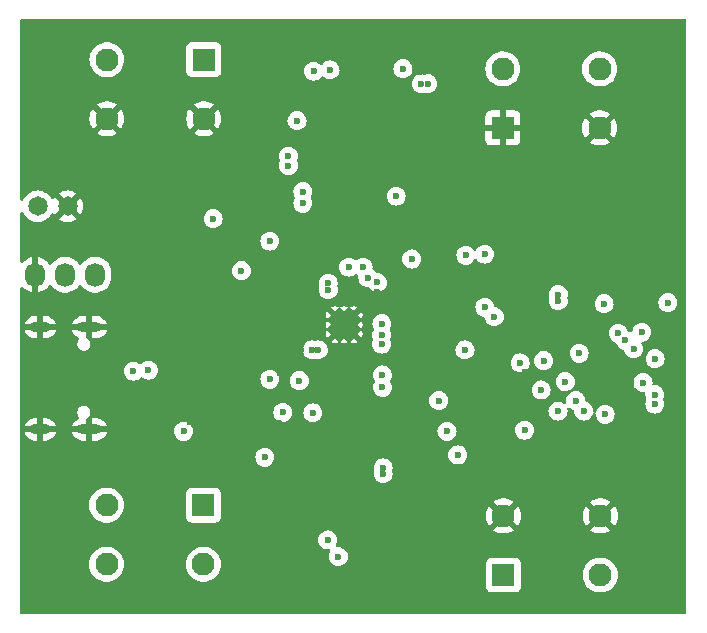
<source format=gbr>
%TF.GenerationSoftware,KiCad,Pcbnew,8.0.6*%
%TF.CreationDate,2024-11-11T10:33:33-08:00*%
%TF.ProjectId,BQ24257,42513234-3235-4372-9e6b-696361645f70,rev?*%
%TF.SameCoordinates,Original*%
%TF.FileFunction,Copper,L3,Inr*%
%TF.FilePolarity,Positive*%
%FSLAX46Y46*%
G04 Gerber Fmt 4.6, Leading zero omitted, Abs format (unit mm)*
G04 Created by KiCad (PCBNEW 8.0.6) date 2024-11-11 10:33:33*
%MOMM*%
%LPD*%
G01*
G04 APERTURE LIST*
%TA.AperFunction,ComponentPad*%
%ADD10O,2.000000X0.900000*%
%TD*%
%TA.AperFunction,ComponentPad*%
%ADD11O,1.700000X0.900000*%
%TD*%
%TA.AperFunction,ComponentPad*%
%ADD12C,1.651000*%
%TD*%
%TA.AperFunction,ComponentPad*%
%ADD13O,1.727200X2.032000*%
%TD*%
%TA.AperFunction,ComponentPad*%
%ADD14C,0.508000*%
%TD*%
%TA.AperFunction,ComponentPad*%
%ADD15R,1.950000X1.950000*%
%TD*%
%TA.AperFunction,ComponentPad*%
%ADD16C,1.950000*%
%TD*%
%TA.AperFunction,ViaPad*%
%ADD17C,0.600000*%
%TD*%
G04 APERTURE END LIST*
D10*
%TO.N,GND*%
%TO.C,USB-C1*%
X35520000Y-111890000D03*
D11*
X31350000Y-111890000D03*
D10*
X35520000Y-120530000D03*
D11*
X31350000Y-120530000D03*
%TD*%
D12*
%TO.N,GND*%
%TO.C,J4*%
X33680000Y-101640000D03*
%TO.N,TS*%
X31140000Y-101640000D03*
%TD*%
D13*
%TO.N,GND*%
%TO.C,J3*%
X30940000Y-107440000D03*
%TO.N,VSYS*%
X33480000Y-107440000D03*
%TO.N,UPDI*%
X36020000Y-107440000D03*
%TD*%
D14*
%TO.N,GND*%
%TO.C,U1*%
X57891400Y-112453800D03*
X57891400Y-111666400D03*
X57891400Y-110879000D03*
X57104000Y-112453800D03*
X57104000Y-111666400D03*
X57104000Y-110879000D03*
X56316600Y-112453800D03*
X56316600Y-111666400D03*
X56316600Y-110879000D03*
%TD*%
D15*
%TO.N,BAT*%
%TO.C,BATTERY1*%
X45210000Y-89230000D03*
D16*
X37010000Y-89230000D03*
%TO.N,GND*%
X45210000Y-94230000D03*
X37010000Y-94230000D03*
%TD*%
D15*
%TO.N,VBAT_OUT*%
%TO.C,BAT_OUT1*%
X70580000Y-132860000D03*
D16*
X78780000Y-132860000D03*
%TO.N,GND*%
X70580000Y-127860000D03*
X78780000Y-127860000D03*
%TD*%
D15*
%TO.N,GND*%
%TO.C,VOUT1*%
X70530000Y-95010000D03*
D16*
X78730000Y-95010000D03*
%TO.N,VOUT*%
X70530000Y-90010000D03*
X78730000Y-90010000D03*
%TD*%
D15*
%TO.N,SOLAR*%
%TO.C,SOLAR_CELL1*%
X45180000Y-126950000D03*
D16*
X36980000Y-126950000D03*
%TO.N,Net-(Q2-D)*%
X45180000Y-131950000D03*
X36980000Y-131950000D03*
%TD*%
D17*
%TO.N,GND*%
X33900000Y-120530000D03*
X57700000Y-128400000D03*
X33300000Y-119800000D03*
X53480000Y-113840000D03*
X65200000Y-112000000D03*
X58100000Y-89100000D03*
X55641600Y-117232400D03*
X51700000Y-115800000D03*
X60400000Y-120100000D03*
X74400000Y-126500000D03*
X63000000Y-114900000D03*
X33900000Y-104500000D03*
X67100000Y-108300000D03*
X72300000Y-105100000D03*
X80700000Y-102700000D03*
X52600000Y-108149400D03*
X33800000Y-111890000D03*
X49800000Y-105400000D03*
X61900000Y-102400000D03*
X49700000Y-116400000D03*
X35000000Y-124800000D03*
X62500000Y-118100000D03*
X31500000Y-88400000D03*
X62300000Y-103600000D03*
X76400000Y-126700000D03*
X59700000Y-90900000D03*
X57300000Y-124000000D03*
X53800000Y-112100000D03*
X64300000Y-114000000D03*
X33000000Y-111890000D03*
X63100000Y-112200000D03*
X72300000Y-103200000D03*
X81800000Y-104100000D03*
X54600000Y-120200000D03*
X80900000Y-111200000D03*
X72300000Y-102400000D03*
X60300000Y-114700000D03*
X59900000Y-108900000D03*
X33300000Y-120530000D03*
X46300000Y-112700000D03*
X72400000Y-115700000D03*
X57700000Y-135000000D03*
X54500000Y-98800000D03*
X72300000Y-104200000D03*
X46700000Y-117500000D03*
X48700000Y-102600000D03*
X52300000Y-109416400D03*
X53685000Y-127915000D03*
X51600000Y-120000000D03*
X44000000Y-119900000D03*
X72600000Y-95200000D03*
X37700000Y-120600000D03*
X56600000Y-94900000D03*
X40700000Y-101400000D03*
X67000000Y-116500000D03*
X54700000Y-121600000D03*
X62100000Y-122800000D03*
X76750000Y-109750000D03*
X73700000Y-95300000D03*
X57049000Y-117251400D03*
X61800000Y-112700000D03*
X31500000Y-96500000D03*
X60400000Y-104300000D03*
X58100000Y-105200000D03*
X44600000Y-103500000D03*
X68190000Y-117910000D03*
X63500000Y-90300000D03*
X62100000Y-108600000D03*
X62600000Y-134500000D03*
X75100000Y-121700000D03*
X70700000Y-111900000D03*
X37090000Y-119410000D03*
X75200000Y-95300000D03*
X56800000Y-120100000D03*
X61800000Y-114300000D03*
%TO.N,SOLAR_GATE*%
X81600000Y-113700000D03*
X56600000Y-131300000D03*
%TO.N,BAT_GATE*%
X80290468Y-112400000D03*
%TO.N,VSYS*%
X53100000Y-94400000D03*
X75225000Y-109650000D03*
X55700000Y-129900000D03*
X75230000Y-109120000D03*
X50800000Y-116300000D03*
X75200000Y-118985000D03*
X73980000Y-114720000D03*
X55900000Y-90100000D03*
X50800000Y-104600000D03*
X75812500Y-116487500D03*
X83426600Y-114555069D03*
X66700000Y-122700000D03*
X72365000Y-120600000D03*
X65100000Y-118100000D03*
%TO.N,BATTERY_SENSE_OUT*%
X76986863Y-114091962D03*
X54500000Y-90200000D03*
%TO.N,RX*%
X53600000Y-100400000D03*
X83400000Y-118400000D03*
%TO.N,ISET_CS*%
X59900000Y-108100000D03*
X77374598Y-118985000D03*
%TO.N,ILIM_CS*%
X79191142Y-119256298D03*
X54437600Y-119132400D03*
%TO.N,TX*%
X83400000Y-117600000D03*
X53600000Y-101400000D03*
%TO.N,SCL*%
X84500000Y-109800000D03*
X69000000Y-110200000D03*
%TO.N,UPDI*%
X62810501Y-106110501D03*
%TO.N,SDA*%
X82300000Y-112300000D03*
X82400000Y-116570000D03*
X69800000Y-111000000D03*
%TO.N,HSG1*%
X65800000Y-120700000D03*
X43500000Y-120700000D03*
%TO.N,U{slash}D*%
X80900000Y-113000000D03*
X51900000Y-119100000D03*
%TO.N,VIN*%
X50385000Y-122900000D03*
X53304800Y-116407398D03*
X54900000Y-113800000D03*
X60330000Y-116970000D03*
X54400000Y-113800000D03*
%TO.N,VBAT*%
X52375000Y-98200000D03*
X55743200Y-108149400D03*
X60400000Y-123800000D03*
X55750000Y-108700000D03*
X79100000Y-109900000D03*
X60400000Y-124300000D03*
X52375000Y-97400000D03*
%TO.N,STAT*%
X59100000Y-107700000D03*
X73775000Y-117200000D03*
%TO.N,PG*%
X58700000Y-106800000D03*
X72000000Y-114900000D03*
%TO.N,TS*%
X48400000Y-107100000D03*
X46000000Y-102700000D03*
X60320000Y-115930000D03*
X57480937Y-106800000D03*
%TO.N,CE*%
X76700000Y-118100000D03*
X67325000Y-113800000D03*
X60270000Y-113320003D03*
%TO.N,VBAT_OUT*%
X63625000Y-91275000D03*
X64175000Y-91275000D03*
%TO.N,D+*%
X39250000Y-115610000D03*
X60270000Y-112520000D03*
%TO.N,D-*%
X40520000Y-115520000D03*
X60290000Y-111590000D03*
%TO.N,BURST*%
X62070000Y-90000000D03*
X67400000Y-105800000D03*
%TO.N,RUN*%
X61500000Y-100790000D03*
X69000000Y-105700000D03*
%TD*%
%TA.AperFunction,Conductor*%
%TO.N,GND*%
G36*
X86012539Y-85770185D02*
G01*
X86058294Y-85822989D01*
X86069500Y-85874500D01*
X86069500Y-136075500D01*
X86049815Y-136142539D01*
X85997011Y-136188294D01*
X85945500Y-136199500D01*
X29804500Y-136199500D01*
X29737461Y-136179815D01*
X29691706Y-136127011D01*
X29680500Y-136075500D01*
X29680500Y-131949994D01*
X35499443Y-131949994D01*
X35499443Y-131950005D01*
X35519634Y-132193683D01*
X35519636Y-132193695D01*
X35579663Y-132430734D01*
X35677888Y-132654666D01*
X35811632Y-132859378D01*
X35977242Y-133039277D01*
X35977246Y-133039281D01*
X36170212Y-133189473D01*
X36385267Y-133305855D01*
X36385270Y-133305856D01*
X36616541Y-133385251D01*
X36616543Y-133385251D01*
X36616545Y-133385252D01*
X36857737Y-133425500D01*
X36857738Y-133425500D01*
X37102262Y-133425500D01*
X37102263Y-133425500D01*
X37343455Y-133385252D01*
X37574733Y-133305855D01*
X37789788Y-133189473D01*
X37982754Y-133039281D01*
X38148368Y-132859377D01*
X38282111Y-132654667D01*
X38380336Y-132430736D01*
X38440364Y-132193692D01*
X38443543Y-132155333D01*
X38460557Y-131950005D01*
X38460557Y-131949994D01*
X43699443Y-131949994D01*
X43699443Y-131950005D01*
X43719634Y-132193683D01*
X43719636Y-132193695D01*
X43779663Y-132430734D01*
X43877888Y-132654666D01*
X44011632Y-132859378D01*
X44177242Y-133039277D01*
X44177246Y-133039281D01*
X44370212Y-133189473D01*
X44585267Y-133305855D01*
X44585270Y-133305856D01*
X44816541Y-133385251D01*
X44816543Y-133385251D01*
X44816545Y-133385252D01*
X45057737Y-133425500D01*
X45057738Y-133425500D01*
X45302262Y-133425500D01*
X45302263Y-133425500D01*
X45543455Y-133385252D01*
X45774733Y-133305855D01*
X45989788Y-133189473D01*
X46182754Y-133039281D01*
X46348368Y-132859377D01*
X46482111Y-132654667D01*
X46580336Y-132430736D01*
X46640364Y-132193692D01*
X46643543Y-132155333D01*
X46660557Y-131950005D01*
X46660557Y-131949994D01*
X46640365Y-131706316D01*
X46640363Y-131706304D01*
X46589169Y-131504145D01*
X46580336Y-131469264D01*
X46482111Y-131245333D01*
X46348368Y-131040623D01*
X46348367Y-131040621D01*
X46182757Y-130860722D01*
X46182747Y-130860713D01*
X45989791Y-130710529D01*
X45989787Y-130710526D01*
X45774734Y-130594145D01*
X45774729Y-130594143D01*
X45543458Y-130514748D01*
X45362561Y-130484562D01*
X45302263Y-130474500D01*
X45057737Y-130474500D01*
X45009498Y-130482549D01*
X44816541Y-130514748D01*
X44585270Y-130594143D01*
X44585265Y-130594145D01*
X44370212Y-130710526D01*
X44370208Y-130710529D01*
X44177252Y-130860713D01*
X44177242Y-130860722D01*
X44011632Y-131040621D01*
X43877888Y-131245333D01*
X43779663Y-131469265D01*
X43719636Y-131706304D01*
X43719634Y-131706316D01*
X43699443Y-131949994D01*
X38460557Y-131949994D01*
X38440365Y-131706316D01*
X38440363Y-131706304D01*
X38389169Y-131504145D01*
X38380336Y-131469264D01*
X38282111Y-131245333D01*
X38148368Y-131040623D01*
X38148367Y-131040621D01*
X37982757Y-130860722D01*
X37982747Y-130860713D01*
X37789791Y-130710529D01*
X37789787Y-130710526D01*
X37574734Y-130594145D01*
X37574729Y-130594143D01*
X37343458Y-130514748D01*
X37162561Y-130484562D01*
X37102263Y-130474500D01*
X36857737Y-130474500D01*
X36809498Y-130482549D01*
X36616541Y-130514748D01*
X36385270Y-130594143D01*
X36385265Y-130594145D01*
X36170212Y-130710526D01*
X36170208Y-130710529D01*
X35977252Y-130860713D01*
X35977242Y-130860722D01*
X35811632Y-131040621D01*
X35677888Y-131245333D01*
X35579663Y-131469265D01*
X35519636Y-131706304D01*
X35519634Y-131706316D01*
X35499443Y-131949994D01*
X29680500Y-131949994D01*
X29680500Y-129899996D01*
X54894435Y-129899996D01*
X54894435Y-129900003D01*
X54914630Y-130079249D01*
X54914631Y-130079254D01*
X54974211Y-130249523D01*
X54974212Y-130249524D01*
X55070184Y-130402262D01*
X55197738Y-130529816D01*
X55350478Y-130625789D01*
X55477352Y-130670184D01*
X55520745Y-130685368D01*
X55520750Y-130685369D01*
X55699996Y-130705565D01*
X55700000Y-130705565D01*
X55700002Y-130705565D01*
X55746097Y-130700371D01*
X55797227Y-130694610D01*
X55866049Y-130706664D01*
X55917428Y-130754013D01*
X55935053Y-130821623D01*
X55916105Y-130883801D01*
X55874212Y-130950474D01*
X55814631Y-131120745D01*
X55814630Y-131120750D01*
X55794435Y-131299996D01*
X55794435Y-131300003D01*
X55814630Y-131479249D01*
X55814631Y-131479254D01*
X55874211Y-131649523D01*
X55909892Y-131706308D01*
X55970184Y-131802262D01*
X56097738Y-131929816D01*
X56250478Y-132025789D01*
X56420745Y-132085368D01*
X56420750Y-132085369D01*
X56599996Y-132105565D01*
X56600000Y-132105565D01*
X56600004Y-132105565D01*
X56779249Y-132085369D01*
X56779252Y-132085368D01*
X56779255Y-132085368D01*
X56949522Y-132025789D01*
X57102262Y-131929816D01*
X57194943Y-131837135D01*
X69104500Y-131837135D01*
X69104500Y-133882870D01*
X69104501Y-133882876D01*
X69110908Y-133942483D01*
X69161202Y-134077328D01*
X69161206Y-134077335D01*
X69247452Y-134192544D01*
X69247455Y-134192547D01*
X69362664Y-134278793D01*
X69362671Y-134278797D01*
X69497517Y-134329091D01*
X69497516Y-134329091D01*
X69504444Y-134329835D01*
X69557127Y-134335500D01*
X71602872Y-134335499D01*
X71662483Y-134329091D01*
X71797331Y-134278796D01*
X71912546Y-134192546D01*
X71998796Y-134077331D01*
X72049091Y-133942483D01*
X72055500Y-133882873D01*
X72055499Y-132859994D01*
X77299443Y-132859994D01*
X77299443Y-132860005D01*
X77319634Y-133103683D01*
X77319636Y-133103695D01*
X77379663Y-133340734D01*
X77477888Y-133564666D01*
X77611632Y-133769378D01*
X77777242Y-133949277D01*
X77777252Y-133949286D01*
X77970208Y-134099470D01*
X77970212Y-134099473D01*
X78142197Y-134192547D01*
X78185267Y-134215855D01*
X78185270Y-134215856D01*
X78416541Y-134295251D01*
X78416543Y-134295251D01*
X78416545Y-134295252D01*
X78657737Y-134335500D01*
X78657738Y-134335500D01*
X78902262Y-134335500D01*
X78902263Y-134335500D01*
X79143455Y-134295252D01*
X79374733Y-134215855D01*
X79589788Y-134099473D01*
X79782754Y-133949281D01*
X79948368Y-133769377D01*
X80082111Y-133564667D01*
X80180336Y-133340736D01*
X80240364Y-133103692D01*
X80245701Y-133039286D01*
X80260557Y-132860005D01*
X80260557Y-132859994D01*
X80240365Y-132616316D01*
X80240363Y-132616304D01*
X80237444Y-132604778D01*
X80180336Y-132379264D01*
X80082111Y-132155333D01*
X80049596Y-132105565D01*
X79948367Y-131950621D01*
X79782757Y-131770722D01*
X79782747Y-131770713D01*
X79589791Y-131620529D01*
X79589787Y-131620526D01*
X79374734Y-131504145D01*
X79374729Y-131504143D01*
X79143458Y-131424748D01*
X78940664Y-131390908D01*
X78902263Y-131384500D01*
X78657737Y-131384500D01*
X78619336Y-131390908D01*
X78416541Y-131424748D01*
X78185270Y-131504143D01*
X78185265Y-131504145D01*
X77970212Y-131620526D01*
X77970208Y-131620529D01*
X77777252Y-131770713D01*
X77777242Y-131770722D01*
X77611632Y-131950621D01*
X77477888Y-132155333D01*
X77379663Y-132379265D01*
X77319636Y-132616304D01*
X77319634Y-132616316D01*
X77299443Y-132859994D01*
X72055499Y-132859994D01*
X72055499Y-131837128D01*
X72049091Y-131777517D01*
X72046553Y-131770713D01*
X71998797Y-131642671D01*
X71998793Y-131642664D01*
X71912547Y-131527455D01*
X71912544Y-131527452D01*
X71797335Y-131441206D01*
X71797328Y-131441202D01*
X71662482Y-131390908D01*
X71662483Y-131390908D01*
X71602883Y-131384501D01*
X71602881Y-131384500D01*
X71602873Y-131384500D01*
X71602864Y-131384500D01*
X69557129Y-131384500D01*
X69557123Y-131384501D01*
X69497516Y-131390908D01*
X69362671Y-131441202D01*
X69362664Y-131441206D01*
X69247455Y-131527452D01*
X69247452Y-131527455D01*
X69161206Y-131642664D01*
X69161202Y-131642671D01*
X69110908Y-131777517D01*
X69104501Y-131837116D01*
X69104501Y-131837123D01*
X69104500Y-131837135D01*
X57194943Y-131837135D01*
X57229816Y-131802262D01*
X57325789Y-131649522D01*
X57385368Y-131479255D01*
X57389655Y-131441206D01*
X57405565Y-131300003D01*
X57405565Y-131299996D01*
X57385369Y-131120750D01*
X57385368Y-131120745D01*
X57325788Y-130950476D01*
X57283893Y-130883801D01*
X57229816Y-130797738D01*
X57102262Y-130670184D01*
X57031608Y-130625789D01*
X56949523Y-130574211D01*
X56779254Y-130514631D01*
X56779249Y-130514630D01*
X56600004Y-130494435D01*
X56599996Y-130494435D01*
X56502771Y-130505389D01*
X56433949Y-130493334D01*
X56382570Y-130445985D01*
X56364946Y-130378374D01*
X56383895Y-130316196D01*
X56425788Y-130249524D01*
X56485368Y-130079254D01*
X56485369Y-130079249D01*
X56505565Y-129900003D01*
X56505565Y-129899996D01*
X56485369Y-129720750D01*
X56485368Y-129720745D01*
X56425788Y-129550476D01*
X56329815Y-129397737D01*
X56202262Y-129270184D01*
X56049523Y-129174211D01*
X55879254Y-129114631D01*
X55879249Y-129114630D01*
X55700004Y-129094435D01*
X55699996Y-129094435D01*
X55520750Y-129114630D01*
X55520745Y-129114631D01*
X55350476Y-129174211D01*
X55197737Y-129270184D01*
X55070184Y-129397737D01*
X54974211Y-129550476D01*
X54914631Y-129720745D01*
X54914630Y-129720750D01*
X54894435Y-129899996D01*
X29680500Y-129899996D01*
X29680500Y-126949994D01*
X35499443Y-126949994D01*
X35499443Y-126950005D01*
X35519634Y-127193683D01*
X35519636Y-127193695D01*
X35579663Y-127430734D01*
X35677888Y-127654666D01*
X35811632Y-127859378D01*
X35977242Y-128039277D01*
X35977252Y-128039286D01*
X36170208Y-128189470D01*
X36170212Y-128189473D01*
X36342197Y-128282547D01*
X36385267Y-128305855D01*
X36385270Y-128305856D01*
X36616541Y-128385251D01*
X36616543Y-128385251D01*
X36616545Y-128385252D01*
X36857737Y-128425500D01*
X36857738Y-128425500D01*
X37102262Y-128425500D01*
X37102263Y-128425500D01*
X37343455Y-128385252D01*
X37574733Y-128305855D01*
X37789788Y-128189473D01*
X37982754Y-128039281D01*
X38148368Y-127859377D01*
X38282111Y-127654667D01*
X38380336Y-127430736D01*
X38440364Y-127193692D01*
X38440365Y-127193683D01*
X38460557Y-126950005D01*
X38460557Y-126949994D01*
X38440365Y-126706316D01*
X38440363Y-126706304D01*
X38427169Y-126654202D01*
X38380336Y-126469264D01*
X38282111Y-126245333D01*
X38148368Y-126040623D01*
X38148367Y-126040621D01*
X38043895Y-125927135D01*
X43704500Y-125927135D01*
X43704500Y-127972870D01*
X43704501Y-127972876D01*
X43710908Y-128032483D01*
X43761202Y-128167328D01*
X43761206Y-128167335D01*
X43847452Y-128282544D01*
X43847455Y-128282547D01*
X43962664Y-128368793D01*
X43962671Y-128368797D01*
X44097517Y-128419091D01*
X44097516Y-128419091D01*
X44104444Y-128419835D01*
X44157127Y-128425500D01*
X46202872Y-128425499D01*
X46262483Y-128419091D01*
X46397331Y-128368796D01*
X46512546Y-128282546D01*
X46598796Y-128167331D01*
X46649091Y-128032483D01*
X46655500Y-127972873D01*
X46655500Y-127859994D01*
X69099945Y-127859994D01*
X69099945Y-127860005D01*
X69120130Y-128103605D01*
X69180138Y-128340573D01*
X69278330Y-128564429D01*
X69374626Y-128711819D01*
X69978958Y-128107487D01*
X70003978Y-128167890D01*
X70075112Y-128274351D01*
X70165649Y-128364888D01*
X70272110Y-128436022D01*
X70332511Y-128461041D01*
X69727758Y-129065794D01*
X69727758Y-129065796D01*
X69770478Y-129099046D01*
X69770484Y-129099050D01*
X69985468Y-129215394D01*
X69985476Y-129215397D01*
X70216664Y-129294765D01*
X70457779Y-129335000D01*
X70702221Y-129335000D01*
X70943335Y-129294765D01*
X71174523Y-129215397D01*
X71174531Y-129215394D01*
X71389514Y-129099051D01*
X71389514Y-129099050D01*
X71432240Y-129065795D01*
X71432240Y-129065794D01*
X70827488Y-128461041D01*
X70887890Y-128436022D01*
X70994351Y-128364888D01*
X71084888Y-128274351D01*
X71156022Y-128167890D01*
X71181041Y-128107488D01*
X71785372Y-128711819D01*
X71881667Y-128564431D01*
X71881672Y-128564423D01*
X71979861Y-128340573D01*
X72039869Y-128103605D01*
X72060055Y-127860005D01*
X72060055Y-127859994D01*
X77299945Y-127859994D01*
X77299945Y-127860005D01*
X77320130Y-128103605D01*
X77380138Y-128340573D01*
X77478330Y-128564429D01*
X77574626Y-128711819D01*
X78178958Y-128107487D01*
X78203978Y-128167890D01*
X78275112Y-128274351D01*
X78365649Y-128364888D01*
X78472110Y-128436022D01*
X78532511Y-128461041D01*
X77927758Y-129065794D01*
X77927758Y-129065796D01*
X77970478Y-129099046D01*
X77970484Y-129099050D01*
X78185468Y-129215394D01*
X78185476Y-129215397D01*
X78416664Y-129294765D01*
X78657779Y-129335000D01*
X78902221Y-129335000D01*
X79143335Y-129294765D01*
X79374523Y-129215397D01*
X79374531Y-129215394D01*
X79589514Y-129099051D01*
X79589514Y-129099050D01*
X79632240Y-129065795D01*
X79632240Y-129065794D01*
X79027488Y-128461041D01*
X79087890Y-128436022D01*
X79194351Y-128364888D01*
X79284888Y-128274351D01*
X79356022Y-128167890D01*
X79381041Y-128107488D01*
X79985372Y-128711819D01*
X80081667Y-128564431D01*
X80081672Y-128564423D01*
X80179861Y-128340573D01*
X80239869Y-128103605D01*
X80260055Y-127860005D01*
X80260055Y-127859994D01*
X80239869Y-127616394D01*
X80179861Y-127379426D01*
X80081669Y-127155570D01*
X79985372Y-127008179D01*
X79381041Y-127612510D01*
X79356022Y-127552110D01*
X79284888Y-127445649D01*
X79194351Y-127355112D01*
X79087890Y-127283978D01*
X79027487Y-127258958D01*
X79632240Y-126654204D01*
X79632240Y-126654203D01*
X79589514Y-126620949D01*
X79374531Y-126504605D01*
X79374523Y-126504602D01*
X79143335Y-126425234D01*
X78902221Y-126385000D01*
X78657779Y-126385000D01*
X78416664Y-126425234D01*
X78185476Y-126504602D01*
X78185468Y-126504605D01*
X77970481Y-126620951D01*
X77927758Y-126654202D01*
X77927757Y-126654204D01*
X78532511Y-127258958D01*
X78472110Y-127283978D01*
X78365649Y-127355112D01*
X78275112Y-127445649D01*
X78203978Y-127552110D01*
X78178958Y-127612511D01*
X77574626Y-127008179D01*
X77478328Y-127155575D01*
X77380138Y-127379426D01*
X77320130Y-127616394D01*
X77299945Y-127859994D01*
X72060055Y-127859994D01*
X72039869Y-127616394D01*
X71979861Y-127379426D01*
X71881669Y-127155570D01*
X71785372Y-127008179D01*
X71181041Y-127612510D01*
X71156022Y-127552110D01*
X71084888Y-127445649D01*
X70994351Y-127355112D01*
X70887890Y-127283978D01*
X70827487Y-127258958D01*
X71432240Y-126654204D01*
X71432240Y-126654203D01*
X71389514Y-126620949D01*
X71174531Y-126504605D01*
X71174523Y-126504602D01*
X70943335Y-126425234D01*
X70702221Y-126385000D01*
X70457779Y-126385000D01*
X70216664Y-126425234D01*
X69985476Y-126504602D01*
X69985468Y-126504605D01*
X69770481Y-126620951D01*
X69727758Y-126654202D01*
X69727757Y-126654204D01*
X70332511Y-127258958D01*
X70272110Y-127283978D01*
X70165649Y-127355112D01*
X70075112Y-127445649D01*
X70003978Y-127552110D01*
X69978958Y-127612511D01*
X69374626Y-127008179D01*
X69278328Y-127155575D01*
X69180138Y-127379426D01*
X69120130Y-127616394D01*
X69099945Y-127859994D01*
X46655500Y-127859994D01*
X46655499Y-125927128D01*
X46649091Y-125867517D01*
X46646553Y-125860713D01*
X46598797Y-125732671D01*
X46598793Y-125732664D01*
X46512547Y-125617455D01*
X46512544Y-125617452D01*
X46397335Y-125531206D01*
X46397328Y-125531202D01*
X46262482Y-125480908D01*
X46262483Y-125480908D01*
X46202883Y-125474501D01*
X46202881Y-125474500D01*
X46202873Y-125474500D01*
X46202864Y-125474500D01*
X44157129Y-125474500D01*
X44157123Y-125474501D01*
X44097516Y-125480908D01*
X43962671Y-125531202D01*
X43962664Y-125531206D01*
X43847455Y-125617452D01*
X43847452Y-125617455D01*
X43761206Y-125732664D01*
X43761202Y-125732671D01*
X43710908Y-125867517D01*
X43704501Y-125927116D01*
X43704501Y-125927123D01*
X43704500Y-125927135D01*
X38043895Y-125927135D01*
X37982757Y-125860722D01*
X37982747Y-125860713D01*
X37789791Y-125710529D01*
X37789787Y-125710526D01*
X37574734Y-125594145D01*
X37574729Y-125594143D01*
X37343458Y-125514748D01*
X37140664Y-125480908D01*
X37102263Y-125474500D01*
X36857737Y-125474500D01*
X36819336Y-125480908D01*
X36616541Y-125514748D01*
X36385270Y-125594143D01*
X36385265Y-125594145D01*
X36170212Y-125710526D01*
X36170208Y-125710529D01*
X35977252Y-125860713D01*
X35977242Y-125860722D01*
X35811632Y-126040621D01*
X35677888Y-126245333D01*
X35579663Y-126469265D01*
X35519636Y-126706304D01*
X35519634Y-126706316D01*
X35499443Y-126949994D01*
X29680500Y-126949994D01*
X29680500Y-123799996D01*
X59594435Y-123799996D01*
X59594435Y-123800003D01*
X59614631Y-123979253D01*
X59625056Y-124009049D01*
X59628615Y-124078828D01*
X59625056Y-124090951D01*
X59614631Y-124120746D01*
X59594435Y-124299996D01*
X59594435Y-124300003D01*
X59614630Y-124479249D01*
X59614631Y-124479254D01*
X59674211Y-124649523D01*
X59770184Y-124802262D01*
X59897738Y-124929816D01*
X60050478Y-125025789D01*
X60220745Y-125085368D01*
X60220750Y-125085369D01*
X60399996Y-125105565D01*
X60400000Y-125105565D01*
X60400004Y-125105565D01*
X60579249Y-125085369D01*
X60579252Y-125085368D01*
X60579255Y-125085368D01*
X60749522Y-125025789D01*
X60902262Y-124929816D01*
X61029816Y-124802262D01*
X61125789Y-124649522D01*
X61185368Y-124479255D01*
X61205565Y-124300000D01*
X61205565Y-124299996D01*
X61185369Y-124120749D01*
X61185368Y-124120745D01*
X61174943Y-124090954D01*
X61171380Y-124021179D01*
X61174938Y-124009059D01*
X61185368Y-123979255D01*
X61205565Y-123800000D01*
X61192649Y-123685369D01*
X61185369Y-123620750D01*
X61185368Y-123620745D01*
X61125789Y-123450478D01*
X61029816Y-123297738D01*
X60902262Y-123170184D01*
X60749523Y-123074211D01*
X60579254Y-123014631D01*
X60579249Y-123014630D01*
X60400004Y-122994435D01*
X60399996Y-122994435D01*
X60220750Y-123014630D01*
X60220745Y-123014631D01*
X60050476Y-123074211D01*
X59897737Y-123170184D01*
X59770184Y-123297737D01*
X59674211Y-123450476D01*
X59614631Y-123620745D01*
X59614630Y-123620750D01*
X59594435Y-123799996D01*
X29680500Y-123799996D01*
X29680500Y-122899996D01*
X49579435Y-122899996D01*
X49579435Y-122900003D01*
X49599630Y-123079249D01*
X49599631Y-123079254D01*
X49659211Y-123249523D01*
X49689507Y-123297738D01*
X49755184Y-123402262D01*
X49882738Y-123529816D01*
X49973080Y-123586582D01*
X50027450Y-123620745D01*
X50035478Y-123625789D01*
X50205745Y-123685368D01*
X50205750Y-123685369D01*
X50384996Y-123705565D01*
X50385000Y-123705565D01*
X50385004Y-123705565D01*
X50564249Y-123685369D01*
X50564252Y-123685368D01*
X50564255Y-123685368D01*
X50734522Y-123625789D01*
X50887262Y-123529816D01*
X51014816Y-123402262D01*
X51110789Y-123249522D01*
X51170368Y-123079255D01*
X51170369Y-123079249D01*
X51190565Y-122900003D01*
X51190565Y-122899996D01*
X51170369Y-122720750D01*
X51170368Y-122720745D01*
X51163108Y-122699996D01*
X65894435Y-122699996D01*
X65894435Y-122700003D01*
X65914630Y-122879249D01*
X65914631Y-122879254D01*
X65974211Y-123049523D01*
X66050028Y-123170184D01*
X66070184Y-123202262D01*
X66197738Y-123329816D01*
X66350478Y-123425789D01*
X66520745Y-123485368D01*
X66520750Y-123485369D01*
X66699996Y-123505565D01*
X66700000Y-123505565D01*
X66700004Y-123505565D01*
X66879249Y-123485369D01*
X66879252Y-123485368D01*
X66879255Y-123485368D01*
X67049522Y-123425789D01*
X67202262Y-123329816D01*
X67329816Y-123202262D01*
X67425789Y-123049522D01*
X67485368Y-122879255D01*
X67505565Y-122700000D01*
X67488718Y-122550478D01*
X67485369Y-122520750D01*
X67485368Y-122520745D01*
X67442326Y-122397738D01*
X67425789Y-122350478D01*
X67329816Y-122197738D01*
X67202262Y-122070184D01*
X67049523Y-121974211D01*
X66879254Y-121914631D01*
X66879249Y-121914630D01*
X66700004Y-121894435D01*
X66699996Y-121894435D01*
X66520750Y-121914630D01*
X66520745Y-121914631D01*
X66350476Y-121974211D01*
X66197737Y-122070184D01*
X66070184Y-122197737D01*
X65974211Y-122350476D01*
X65914631Y-122520745D01*
X65914630Y-122520750D01*
X65894435Y-122699996D01*
X51163108Y-122699996D01*
X51110788Y-122550476D01*
X51014815Y-122397737D01*
X50887262Y-122270184D01*
X50734523Y-122174211D01*
X50564254Y-122114631D01*
X50564249Y-122114630D01*
X50385004Y-122094435D01*
X50384996Y-122094435D01*
X50205750Y-122114630D01*
X50205745Y-122114631D01*
X50035476Y-122174211D01*
X49882737Y-122270184D01*
X49755184Y-122397737D01*
X49659211Y-122550476D01*
X49599631Y-122720745D01*
X49599630Y-122720750D01*
X49579435Y-122899996D01*
X29680500Y-122899996D01*
X29680500Y-120279999D01*
X30031115Y-120279999D01*
X30031116Y-120280000D01*
X30783012Y-120280000D01*
X30765795Y-120289940D01*
X30709940Y-120345795D01*
X30670444Y-120414204D01*
X30650000Y-120490504D01*
X30650000Y-120569496D01*
X30670444Y-120645796D01*
X30709940Y-120714205D01*
X30765795Y-120770060D01*
X30783012Y-120780000D01*
X30031116Y-120780000D01*
X30036506Y-120807100D01*
X30036507Y-120807103D01*
X30108119Y-120979991D01*
X30108124Y-120980000D01*
X30212086Y-121135589D01*
X30212089Y-121135593D01*
X30344406Y-121267910D01*
X30344410Y-121267913D01*
X30499999Y-121371875D01*
X30500008Y-121371880D01*
X30672894Y-121443491D01*
X30672902Y-121443493D01*
X30856428Y-121479999D01*
X30856431Y-121480000D01*
X31100000Y-121480000D01*
X31100000Y-120830000D01*
X31600000Y-120830000D01*
X31600000Y-121480000D01*
X31843569Y-121480000D01*
X31843571Y-121479999D01*
X32027097Y-121443493D01*
X32027105Y-121443491D01*
X32199991Y-121371880D01*
X32200000Y-121371875D01*
X32355589Y-121267913D01*
X32355593Y-121267910D01*
X32487910Y-121135593D01*
X32487913Y-121135589D01*
X32591875Y-120980000D01*
X32591880Y-120979991D01*
X32663492Y-120807103D01*
X32663493Y-120807100D01*
X32668884Y-120780000D01*
X31916988Y-120780000D01*
X31934205Y-120770060D01*
X31990060Y-120714205D01*
X32029556Y-120645796D01*
X32050000Y-120569496D01*
X32050000Y-120490504D01*
X32029556Y-120414204D01*
X31990060Y-120345795D01*
X31934205Y-120289940D01*
X31916988Y-120280000D01*
X32668884Y-120280000D01*
X32668884Y-120279999D01*
X34051115Y-120279999D01*
X34051116Y-120280000D01*
X34803012Y-120280000D01*
X34785795Y-120289940D01*
X34729940Y-120345795D01*
X34690444Y-120414204D01*
X34670000Y-120490504D01*
X34670000Y-120569496D01*
X34690444Y-120645796D01*
X34729940Y-120714205D01*
X34785795Y-120770060D01*
X34803012Y-120780000D01*
X34051116Y-120780000D01*
X34056506Y-120807100D01*
X34056507Y-120807103D01*
X34128119Y-120979991D01*
X34128124Y-120980000D01*
X34232086Y-121135589D01*
X34232089Y-121135593D01*
X34364406Y-121267910D01*
X34364410Y-121267913D01*
X34519999Y-121371875D01*
X34520008Y-121371880D01*
X34692894Y-121443491D01*
X34692902Y-121443493D01*
X34876428Y-121479999D01*
X34876431Y-121480000D01*
X35270000Y-121480000D01*
X35270000Y-120830000D01*
X35770000Y-120830000D01*
X35770000Y-121480000D01*
X36163569Y-121480000D01*
X36163571Y-121479999D01*
X36347097Y-121443493D01*
X36347105Y-121443491D01*
X36519991Y-121371880D01*
X36520000Y-121371875D01*
X36675589Y-121267913D01*
X36675593Y-121267910D01*
X36807910Y-121135593D01*
X36807913Y-121135589D01*
X36911875Y-120980000D01*
X36911880Y-120979991D01*
X36983492Y-120807103D01*
X36983493Y-120807100D01*
X36988884Y-120780000D01*
X36236988Y-120780000D01*
X36254205Y-120770060D01*
X36310060Y-120714205D01*
X36318264Y-120699996D01*
X42694435Y-120699996D01*
X42694435Y-120700003D01*
X42714630Y-120879249D01*
X42714631Y-120879254D01*
X42774211Y-121049523D01*
X42828293Y-121135593D01*
X42870184Y-121202262D01*
X42997738Y-121329816D01*
X43150478Y-121425789D01*
X43305401Y-121479999D01*
X43320745Y-121485368D01*
X43320750Y-121485369D01*
X43499996Y-121505565D01*
X43500000Y-121505565D01*
X43500004Y-121505565D01*
X43679249Y-121485369D01*
X43679252Y-121485368D01*
X43679255Y-121485368D01*
X43849522Y-121425789D01*
X44002262Y-121329816D01*
X44129816Y-121202262D01*
X44225789Y-121049522D01*
X44285368Y-120879255D01*
X44293498Y-120807100D01*
X44305565Y-120700003D01*
X44305565Y-120699996D01*
X64994435Y-120699996D01*
X64994435Y-120700003D01*
X65014630Y-120879249D01*
X65014631Y-120879254D01*
X65074211Y-121049523D01*
X65128293Y-121135593D01*
X65170184Y-121202262D01*
X65297738Y-121329816D01*
X65450478Y-121425789D01*
X65605401Y-121479999D01*
X65620745Y-121485368D01*
X65620750Y-121485369D01*
X65799996Y-121505565D01*
X65800000Y-121505565D01*
X65800004Y-121505565D01*
X65979249Y-121485369D01*
X65979252Y-121485368D01*
X65979255Y-121485368D01*
X66149522Y-121425789D01*
X66302262Y-121329816D01*
X66429816Y-121202262D01*
X66525789Y-121049522D01*
X66585368Y-120879255D01*
X66593498Y-120807100D01*
X66605565Y-120700003D01*
X66605565Y-120699996D01*
X66594298Y-120599996D01*
X71559435Y-120599996D01*
X71559435Y-120600003D01*
X71579630Y-120779249D01*
X71579631Y-120779254D01*
X71639211Y-120949523D01*
X71702045Y-121049522D01*
X71735184Y-121102262D01*
X71862738Y-121229816D01*
X72015478Y-121325789D01*
X72026984Y-121329815D01*
X72185745Y-121385368D01*
X72185750Y-121385369D01*
X72364996Y-121405565D01*
X72365000Y-121405565D01*
X72365004Y-121405565D01*
X72544249Y-121385369D01*
X72544252Y-121385368D01*
X72544255Y-121385368D01*
X72714522Y-121325789D01*
X72867262Y-121229816D01*
X72994816Y-121102262D01*
X73090789Y-120949522D01*
X73150368Y-120779255D01*
X73151404Y-120770060D01*
X73170565Y-120600003D01*
X73170565Y-120599996D01*
X73150369Y-120420750D01*
X73150368Y-120420745D01*
X73148079Y-120414204D01*
X73090789Y-120250478D01*
X72994816Y-120097738D01*
X72867262Y-119970184D01*
X72815986Y-119937965D01*
X72714523Y-119874211D01*
X72544254Y-119814631D01*
X72544249Y-119814630D01*
X72365004Y-119794435D01*
X72364996Y-119794435D01*
X72185750Y-119814630D01*
X72185745Y-119814631D01*
X72015476Y-119874211D01*
X71862737Y-119970184D01*
X71735184Y-120097737D01*
X71639211Y-120250476D01*
X71579631Y-120420745D01*
X71579630Y-120420750D01*
X71559435Y-120599996D01*
X66594298Y-120599996D01*
X66585369Y-120520750D01*
X66585368Y-120520745D01*
X66525788Y-120350476D01*
X66462955Y-120250478D01*
X66429816Y-120197738D01*
X66302262Y-120070184D01*
X66162057Y-119982087D01*
X66149523Y-119974211D01*
X65979254Y-119914631D01*
X65979249Y-119914630D01*
X65800004Y-119894435D01*
X65799996Y-119894435D01*
X65620750Y-119914630D01*
X65620745Y-119914631D01*
X65450476Y-119974211D01*
X65297737Y-120070184D01*
X65170184Y-120197737D01*
X65074211Y-120350476D01*
X65014631Y-120520745D01*
X65014630Y-120520750D01*
X64994435Y-120699996D01*
X44305565Y-120699996D01*
X44285369Y-120520750D01*
X44285368Y-120520745D01*
X44225788Y-120350476D01*
X44162955Y-120250478D01*
X44129816Y-120197738D01*
X44002262Y-120070184D01*
X43862057Y-119982087D01*
X43849523Y-119974211D01*
X43679254Y-119914631D01*
X43679249Y-119914630D01*
X43500004Y-119894435D01*
X43499996Y-119894435D01*
X43320750Y-119914630D01*
X43320745Y-119914631D01*
X43150476Y-119974211D01*
X42997737Y-120070184D01*
X42870184Y-120197737D01*
X42774211Y-120350476D01*
X42714631Y-120520745D01*
X42714630Y-120520750D01*
X42694435Y-120699996D01*
X36318264Y-120699996D01*
X36349556Y-120645796D01*
X36370000Y-120569496D01*
X36370000Y-120490504D01*
X36349556Y-120414204D01*
X36310060Y-120345795D01*
X36254205Y-120289940D01*
X36236988Y-120280000D01*
X36988884Y-120280000D01*
X36988884Y-120279999D01*
X36983493Y-120252899D01*
X36983492Y-120252896D01*
X36911880Y-120080008D01*
X36911875Y-120079999D01*
X36807913Y-119924410D01*
X36807910Y-119924406D01*
X36675593Y-119792089D01*
X36675589Y-119792086D01*
X36520000Y-119688124D01*
X36519991Y-119688119D01*
X36347105Y-119616508D01*
X36347097Y-119616506D01*
X36163570Y-119580000D01*
X35770000Y-119580000D01*
X35770000Y-120230000D01*
X35270000Y-120230000D01*
X35270000Y-119674462D01*
X35289685Y-119607423D01*
X35332000Y-119567075D01*
X35378015Y-119540509D01*
X35480509Y-119438015D01*
X35552984Y-119312485D01*
X35590500Y-119172475D01*
X35590500Y-119099996D01*
X51094435Y-119099996D01*
X51094435Y-119100003D01*
X51114630Y-119279249D01*
X51114631Y-119279254D01*
X51174211Y-119449523D01*
X51231382Y-119540509D01*
X51270184Y-119602262D01*
X51397738Y-119729816D01*
X51462276Y-119770368D01*
X51532721Y-119814632D01*
X51550478Y-119825789D01*
X51643069Y-119858188D01*
X51720745Y-119885368D01*
X51720750Y-119885369D01*
X51899996Y-119905565D01*
X51900000Y-119905565D01*
X51900004Y-119905565D01*
X52079249Y-119885369D01*
X52079252Y-119885368D01*
X52079255Y-119885368D01*
X52249522Y-119825789D01*
X52402262Y-119729816D01*
X52529816Y-119602262D01*
X52625789Y-119449522D01*
X52685368Y-119279255D01*
X52685369Y-119279249D01*
X52701915Y-119132396D01*
X53632035Y-119132396D01*
X53632035Y-119132403D01*
X53652230Y-119311649D01*
X53652231Y-119311654D01*
X53711811Y-119481923D01*
X53794163Y-119612984D01*
X53807784Y-119634662D01*
X53935338Y-119762216D01*
X54088078Y-119858189D01*
X54191663Y-119894435D01*
X54258345Y-119917768D01*
X54258350Y-119917769D01*
X54437596Y-119937965D01*
X54437600Y-119937965D01*
X54437604Y-119937965D01*
X54616849Y-119917769D01*
X54616852Y-119917768D01*
X54616855Y-119917768D01*
X54787122Y-119858189D01*
X54939862Y-119762216D01*
X55067416Y-119634662D01*
X55163389Y-119481922D01*
X55222968Y-119311655D01*
X55226619Y-119279254D01*
X55243165Y-119132403D01*
X55243165Y-119132396D01*
X55226557Y-118984996D01*
X74394435Y-118984996D01*
X74394435Y-118985003D01*
X74414630Y-119164249D01*
X74414631Y-119164254D01*
X74474211Y-119334523D01*
X74539240Y-119438015D01*
X74570184Y-119487262D01*
X74697738Y-119614816D01*
X74850478Y-119710789D01*
X74987000Y-119758560D01*
X75020745Y-119770368D01*
X75020750Y-119770369D01*
X75199996Y-119790565D01*
X75200000Y-119790565D01*
X75200004Y-119790565D01*
X75379249Y-119770369D01*
X75379252Y-119770368D01*
X75379255Y-119770368D01*
X75549522Y-119710789D01*
X75702262Y-119614816D01*
X75829816Y-119487262D01*
X75925789Y-119334522D01*
X75985368Y-119164255D01*
X75992380Y-119102021D01*
X76005565Y-118985003D01*
X76005565Y-118984996D01*
X75988437Y-118832980D01*
X76000491Y-118764159D01*
X76047841Y-118712779D01*
X76115451Y-118695155D01*
X76181857Y-118716882D01*
X76192254Y-118725526D01*
X76192295Y-118725475D01*
X76197737Y-118729815D01*
X76197738Y-118729816D01*
X76350478Y-118825789D01*
X76485988Y-118873206D01*
X76542763Y-118913927D01*
X76568197Y-118978087D01*
X76568253Y-118978081D01*
X76568276Y-118978286D01*
X76568511Y-118978879D01*
X76568626Y-118981397D01*
X76589228Y-119164249D01*
X76589229Y-119164254D01*
X76648809Y-119334523D01*
X76713838Y-119438015D01*
X76744782Y-119487262D01*
X76872336Y-119614816D01*
X77025076Y-119710789D01*
X77161598Y-119758560D01*
X77195343Y-119770368D01*
X77195348Y-119770369D01*
X77374594Y-119790565D01*
X77374598Y-119790565D01*
X77374602Y-119790565D01*
X77553847Y-119770369D01*
X77553850Y-119770368D01*
X77553853Y-119770368D01*
X77724120Y-119710789D01*
X77876860Y-119614816D01*
X78004414Y-119487262D01*
X78100387Y-119334522D01*
X78144539Y-119208343D01*
X78185261Y-119151567D01*
X78250214Y-119125819D01*
X78318775Y-119139275D01*
X78369178Y-119187662D01*
X78383918Y-119249334D01*
X78385577Y-119249334D01*
X78385577Y-119256301D01*
X78405772Y-119435547D01*
X78405773Y-119435552D01*
X78465353Y-119605821D01*
X78517063Y-119688116D01*
X78561326Y-119758560D01*
X78688880Y-119886114D01*
X78734266Y-119914632D01*
X78822676Y-119970184D01*
X78841620Y-119982087D01*
X79011887Y-120041666D01*
X79011892Y-120041667D01*
X79191138Y-120061863D01*
X79191142Y-120061863D01*
X79191146Y-120061863D01*
X79370391Y-120041667D01*
X79370394Y-120041666D01*
X79370397Y-120041666D01*
X79540664Y-119982087D01*
X79693404Y-119886114D01*
X79820958Y-119758560D01*
X79916931Y-119605820D01*
X79976510Y-119435553D01*
X79976511Y-119435547D01*
X79996707Y-119256301D01*
X79996707Y-119256294D01*
X79976511Y-119077048D01*
X79976510Y-119077043D01*
X79961083Y-119032955D01*
X79916931Y-118906776D01*
X79904828Y-118887515D01*
X79853449Y-118805745D01*
X79820958Y-118754036D01*
X79693404Y-118626482D01*
X79654858Y-118602262D01*
X79540665Y-118530509D01*
X79370396Y-118470929D01*
X79370391Y-118470928D01*
X79191146Y-118450733D01*
X79191138Y-118450733D01*
X79011892Y-118470928D01*
X79011887Y-118470929D01*
X78841618Y-118530509D01*
X78688879Y-118626482D01*
X78561326Y-118754035D01*
X78465350Y-118906778D01*
X78421199Y-119032955D01*
X78380477Y-119089731D01*
X78315524Y-119115478D01*
X78246963Y-119102021D01*
X78196560Y-119053634D01*
X78181821Y-118991964D01*
X78180163Y-118991964D01*
X78180163Y-118984996D01*
X78159967Y-118805750D01*
X78159966Y-118805745D01*
X78140627Y-118750478D01*
X78100387Y-118635478D01*
X78094734Y-118626482D01*
X78046363Y-118549500D01*
X78004414Y-118482738D01*
X77876860Y-118355184D01*
X77831743Y-118326835D01*
X77724121Y-118259211D01*
X77588610Y-118211794D01*
X77531834Y-118171072D01*
X77506401Y-118106913D01*
X77506345Y-118106920D01*
X77506321Y-118106710D01*
X77506087Y-118106119D01*
X77505971Y-118103605D01*
X77505564Y-118099996D01*
X77494298Y-118000000D01*
X77485369Y-117920750D01*
X77485368Y-117920745D01*
X77425789Y-117750478D01*
X77329816Y-117597738D01*
X77202262Y-117470184D01*
X77159820Y-117443516D01*
X77049523Y-117374211D01*
X76879254Y-117314631D01*
X76879249Y-117314630D01*
X76700004Y-117294435D01*
X76699996Y-117294435D01*
X76520750Y-117314630D01*
X76520742Y-117314632D01*
X76385982Y-117361787D01*
X76316204Y-117365348D01*
X76286441Y-117348299D01*
X76282745Y-117388448D01*
X76239742Y-117443516D01*
X76233445Y-117447746D01*
X76197742Y-117470180D01*
X76197737Y-117470184D01*
X76070184Y-117597737D01*
X75974211Y-117750476D01*
X75914631Y-117920745D01*
X75914630Y-117920750D01*
X75894435Y-118099996D01*
X75894435Y-118100004D01*
X75911562Y-118252019D01*
X75899507Y-118320841D01*
X75852158Y-118372220D01*
X75784547Y-118389844D01*
X75718142Y-118368117D01*
X75707745Y-118359473D01*
X75707705Y-118359525D01*
X75702262Y-118355184D01*
X75549523Y-118259211D01*
X75379254Y-118199631D01*
X75379249Y-118199630D01*
X75200004Y-118179435D01*
X75199996Y-118179435D01*
X75020750Y-118199630D01*
X75020745Y-118199631D01*
X74850476Y-118259211D01*
X74697737Y-118355184D01*
X74570184Y-118482737D01*
X74474211Y-118635476D01*
X74414631Y-118805745D01*
X74414630Y-118805750D01*
X74394435Y-118984996D01*
X55226557Y-118984996D01*
X55222969Y-118953150D01*
X55222968Y-118953145D01*
X55205163Y-118902262D01*
X55163389Y-118782878D01*
X55143029Y-118750476D01*
X55085861Y-118659493D01*
X55067416Y-118630138D01*
X54939862Y-118502584D01*
X54787123Y-118406611D01*
X54616854Y-118347031D01*
X54616849Y-118347030D01*
X54437604Y-118326835D01*
X54437596Y-118326835D01*
X54258350Y-118347030D01*
X54258345Y-118347031D01*
X54088076Y-118406611D01*
X53935337Y-118502584D01*
X53807784Y-118630137D01*
X53711811Y-118782876D01*
X53652231Y-118953145D01*
X53652230Y-118953150D01*
X53632035Y-119132396D01*
X52701915Y-119132396D01*
X52705565Y-119100003D01*
X52705565Y-119099996D01*
X52685369Y-118920750D01*
X52685368Y-118920745D01*
X52680056Y-118905565D01*
X52625789Y-118750478D01*
X52625188Y-118749522D01*
X52568616Y-118659488D01*
X52529816Y-118597738D01*
X52402262Y-118470184D01*
X52369379Y-118449522D01*
X52249523Y-118374211D01*
X52079254Y-118314631D01*
X52079249Y-118314630D01*
X51900004Y-118294435D01*
X51899996Y-118294435D01*
X51720750Y-118314630D01*
X51720745Y-118314631D01*
X51550476Y-118374211D01*
X51397737Y-118470184D01*
X51270184Y-118597737D01*
X51174211Y-118750476D01*
X51114631Y-118920745D01*
X51114630Y-118920750D01*
X51094435Y-119099996D01*
X35590500Y-119099996D01*
X35590500Y-119027525D01*
X35552984Y-118887515D01*
X35551744Y-118885368D01*
X35480511Y-118761988D01*
X35480506Y-118761982D01*
X35378017Y-118659493D01*
X35378011Y-118659488D01*
X35252488Y-118587017D01*
X35252489Y-118587017D01*
X35241006Y-118583940D01*
X35112475Y-118549500D01*
X34967525Y-118549500D01*
X34838993Y-118583940D01*
X34827511Y-118587017D01*
X34701988Y-118659488D01*
X34701982Y-118659493D01*
X34599493Y-118761982D01*
X34599488Y-118761988D01*
X34527017Y-118887511D01*
X34522583Y-118904055D01*
X34489500Y-119027525D01*
X34489500Y-119172475D01*
X34526794Y-119311655D01*
X34527017Y-119312488D01*
X34599488Y-119438011D01*
X34599493Y-119438017D01*
X34621837Y-119460361D01*
X34655322Y-119521684D01*
X34650338Y-119591376D01*
X34608466Y-119647309D01*
X34581610Y-119662602D01*
X34520014Y-119688116D01*
X34519999Y-119688124D01*
X34364410Y-119792086D01*
X34364406Y-119792089D01*
X34232089Y-119924406D01*
X34232086Y-119924410D01*
X34128124Y-120079999D01*
X34128119Y-120080008D01*
X34056507Y-120252896D01*
X34056506Y-120252899D01*
X34051115Y-120279999D01*
X32668884Y-120279999D01*
X32663493Y-120252899D01*
X32663492Y-120252896D01*
X32591880Y-120080008D01*
X32591875Y-120079999D01*
X32487913Y-119924410D01*
X32487910Y-119924406D01*
X32355593Y-119792089D01*
X32355589Y-119792086D01*
X32200000Y-119688124D01*
X32199991Y-119688119D01*
X32027105Y-119616508D01*
X32027097Y-119616506D01*
X31843570Y-119580000D01*
X31600000Y-119580000D01*
X31600000Y-120230000D01*
X31100000Y-120230000D01*
X31100000Y-119580000D01*
X30856430Y-119580000D01*
X30672902Y-119616506D01*
X30672894Y-119616508D01*
X30500008Y-119688119D01*
X30499999Y-119688124D01*
X30344410Y-119792086D01*
X30344406Y-119792089D01*
X30212089Y-119924406D01*
X30212086Y-119924410D01*
X30108124Y-120079999D01*
X30108119Y-120080008D01*
X30036507Y-120252896D01*
X30036506Y-120252899D01*
X30031115Y-120279999D01*
X29680500Y-120279999D01*
X29680500Y-118099996D01*
X64294435Y-118099996D01*
X64294435Y-118100003D01*
X64314630Y-118279249D01*
X64314631Y-118279254D01*
X64374211Y-118449523D01*
X64437031Y-118549500D01*
X64470184Y-118602262D01*
X64597738Y-118729816D01*
X64750478Y-118825789D01*
X64771029Y-118832980D01*
X64920745Y-118885368D01*
X64920750Y-118885369D01*
X65099996Y-118905565D01*
X65100000Y-118905565D01*
X65100004Y-118905565D01*
X65279249Y-118885369D01*
X65279252Y-118885368D01*
X65279255Y-118885368D01*
X65449522Y-118825789D01*
X65602262Y-118729816D01*
X65729816Y-118602262D01*
X65825789Y-118449522D01*
X65885368Y-118279255D01*
X65885369Y-118279249D01*
X65905565Y-118100003D01*
X65905565Y-118099996D01*
X65885369Y-117920750D01*
X65885368Y-117920745D01*
X65825789Y-117750478D01*
X65729816Y-117597738D01*
X65602262Y-117470184D01*
X65559820Y-117443516D01*
X65449523Y-117374211D01*
X65279254Y-117314631D01*
X65279249Y-117314630D01*
X65100004Y-117294435D01*
X65099996Y-117294435D01*
X64920750Y-117314630D01*
X64920745Y-117314631D01*
X64750476Y-117374211D01*
X64597737Y-117470184D01*
X64470184Y-117597737D01*
X64374211Y-117750476D01*
X64314631Y-117920745D01*
X64314630Y-117920750D01*
X64294435Y-118099996D01*
X29680500Y-118099996D01*
X29680500Y-115609996D01*
X38444435Y-115609996D01*
X38444435Y-115610003D01*
X38464630Y-115789249D01*
X38464631Y-115789254D01*
X38524211Y-115959523D01*
X38586011Y-116057876D01*
X38620184Y-116112262D01*
X38747738Y-116239816D01*
X38757244Y-116245789D01*
X38884206Y-116325565D01*
X38900478Y-116335789D01*
X39015592Y-116376069D01*
X39070745Y-116395368D01*
X39070750Y-116395369D01*
X39249996Y-116415565D01*
X39250000Y-116415565D01*
X39250004Y-116415565D01*
X39429249Y-116395369D01*
X39429252Y-116395368D01*
X39429255Y-116395368D01*
X39599522Y-116335789D01*
X39752262Y-116239816D01*
X39842319Y-116149759D01*
X39903642Y-116116274D01*
X39973334Y-116121258D01*
X40011861Y-116146018D01*
X40012295Y-116145475D01*
X40017607Y-116149711D01*
X40017681Y-116149759D01*
X40017738Y-116149816D01*
X40108080Y-116206582D01*
X40142402Y-116228148D01*
X40170478Y-116245789D01*
X40266887Y-116279524D01*
X40340745Y-116305368D01*
X40340750Y-116305369D01*
X40519996Y-116325565D01*
X40520000Y-116325565D01*
X40520004Y-116325565D01*
X40699249Y-116305369D01*
X40699252Y-116305368D01*
X40699255Y-116305368D01*
X40714607Y-116299996D01*
X49994435Y-116299996D01*
X49994435Y-116300003D01*
X50014630Y-116479249D01*
X50014631Y-116479254D01*
X50074211Y-116649523D01*
X50165266Y-116794435D01*
X50170184Y-116802262D01*
X50297738Y-116929816D01*
X50361695Y-116970003D01*
X50442450Y-117020745D01*
X50450478Y-117025789D01*
X50483129Y-117037214D01*
X50620745Y-117085368D01*
X50620750Y-117085369D01*
X50799996Y-117105565D01*
X50800000Y-117105565D01*
X50800004Y-117105565D01*
X50979249Y-117085369D01*
X50979252Y-117085368D01*
X50979255Y-117085368D01*
X51149522Y-117025789D01*
X51302262Y-116929816D01*
X51429816Y-116802262D01*
X51525789Y-116649522D01*
X51585368Y-116479255D01*
X51585369Y-116479249D01*
X51593465Y-116407394D01*
X52499235Y-116407394D01*
X52499235Y-116407401D01*
X52519430Y-116586647D01*
X52519431Y-116586652D01*
X52579011Y-116756921D01*
X52629342Y-116837022D01*
X52674984Y-116909660D01*
X52802538Y-117037214D01*
X52858317Y-117072262D01*
X52930022Y-117117318D01*
X52955278Y-117133187D01*
X53001181Y-117149249D01*
X53125545Y-117192766D01*
X53125550Y-117192767D01*
X53304796Y-117212963D01*
X53304800Y-117212963D01*
X53304804Y-117212963D01*
X53484049Y-117192767D01*
X53484052Y-117192766D01*
X53484055Y-117192766D01*
X53654322Y-117133187D01*
X53807062Y-117037214D01*
X53934616Y-116909660D01*
X54030589Y-116756920D01*
X54090168Y-116586653D01*
X54092044Y-116570003D01*
X54110365Y-116407401D01*
X54110365Y-116407394D01*
X54090169Y-116228148D01*
X54090168Y-116228143D01*
X54052767Y-116121258D01*
X54030589Y-116057876D01*
X53950237Y-115929996D01*
X59514435Y-115929996D01*
X59514435Y-115930003D01*
X59534630Y-116109249D01*
X59534631Y-116109254D01*
X59594211Y-116279523D01*
X59664876Y-116391985D01*
X59683876Y-116459222D01*
X59664876Y-116523929D01*
X59604211Y-116620476D01*
X59544631Y-116790745D01*
X59544630Y-116790750D01*
X59524435Y-116969996D01*
X59524435Y-116970003D01*
X59544630Y-117149249D01*
X59544631Y-117149254D01*
X59604211Y-117319523D01*
X59698876Y-117470180D01*
X59700184Y-117472262D01*
X59827738Y-117599816D01*
X59980478Y-117695789D01*
X60136770Y-117750478D01*
X60150745Y-117755368D01*
X60150750Y-117755369D01*
X60329996Y-117775565D01*
X60330000Y-117775565D01*
X60330004Y-117775565D01*
X60509249Y-117755369D01*
X60509252Y-117755368D01*
X60509255Y-117755368D01*
X60679522Y-117695789D01*
X60832262Y-117599816D01*
X60959816Y-117472262D01*
X61055789Y-117319522D01*
X61097613Y-117199996D01*
X72969435Y-117199996D01*
X72969435Y-117200003D01*
X72989630Y-117379249D01*
X72989631Y-117379254D01*
X73049211Y-117549523D01*
X73080926Y-117599996D01*
X73145184Y-117702262D01*
X73272738Y-117829816D01*
X73363080Y-117886582D01*
X73417450Y-117920745D01*
X73425478Y-117925789D01*
X73594328Y-117984872D01*
X73595745Y-117985368D01*
X73595750Y-117985369D01*
X73774996Y-118005565D01*
X73775000Y-118005565D01*
X73775004Y-118005565D01*
X73954249Y-117985369D01*
X73954252Y-117985368D01*
X73954255Y-117985368D01*
X74124522Y-117925789D01*
X74277262Y-117829816D01*
X74404816Y-117702262D01*
X74500789Y-117549522D01*
X74560368Y-117379255D01*
X74560784Y-117375565D01*
X74580565Y-117200003D01*
X74580565Y-117199996D01*
X74560369Y-117020750D01*
X74560368Y-117020745D01*
X74542613Y-116970003D01*
X74500789Y-116850478D01*
X74478265Y-116814632D01*
X74442003Y-116756921D01*
X74404816Y-116697738D01*
X74277262Y-116570184D01*
X74203648Y-116523929D01*
X74145666Y-116487496D01*
X75006935Y-116487496D01*
X75006935Y-116487503D01*
X75027130Y-116666749D01*
X75027131Y-116666754D01*
X75086711Y-116837023D01*
X75138549Y-116919522D01*
X75182684Y-116989762D01*
X75310238Y-117117316D01*
X75361059Y-117149249D01*
X75441828Y-117200000D01*
X75462978Y-117213289D01*
X75569258Y-117250478D01*
X75633245Y-117272868D01*
X75633250Y-117272869D01*
X75812496Y-117293065D01*
X75812500Y-117293065D01*
X75812504Y-117293065D01*
X75991749Y-117272869D01*
X75991751Y-117272868D01*
X75991755Y-117272868D01*
X75991758Y-117272866D01*
X75991762Y-117272866D01*
X76126516Y-117225713D01*
X76196294Y-117222150D01*
X76226057Y-117239199D01*
X76229754Y-117199050D01*
X76272758Y-117143983D01*
X76279057Y-117139751D01*
X76314759Y-117117318D01*
X76314759Y-117117317D01*
X76314762Y-117117316D01*
X76442316Y-116989762D01*
X76538289Y-116837022D01*
X76597868Y-116666755D01*
X76603082Y-116620478D01*
X76608770Y-116569996D01*
X81594435Y-116569996D01*
X81594435Y-116570003D01*
X81614630Y-116749249D01*
X81614631Y-116749254D01*
X81674211Y-116919523D01*
X81737817Y-117020750D01*
X81770184Y-117072262D01*
X81897738Y-117199816D01*
X81938953Y-117225713D01*
X82046142Y-117293065D01*
X82050478Y-117295789D01*
X82200543Y-117348299D01*
X82220745Y-117355368D01*
X82220750Y-117355369D01*
X82399996Y-117375565D01*
X82400000Y-117375565D01*
X82400001Y-117375565D01*
X82412017Y-117374211D01*
X82468034Y-117367899D01*
X82536854Y-117379953D01*
X82588234Y-117427301D01*
X82605859Y-117494911D01*
X82605137Y-117505001D01*
X82594435Y-117599994D01*
X82594435Y-117600003D01*
X82614630Y-117779249D01*
X82614633Y-117779262D01*
X82676510Y-117956094D01*
X82674364Y-117956844D01*
X82683962Y-118015144D01*
X82675609Y-118043590D01*
X82676510Y-118043906D01*
X82614633Y-118220737D01*
X82614630Y-118220750D01*
X82594435Y-118399996D01*
X82594435Y-118400003D01*
X82614630Y-118579249D01*
X82614631Y-118579254D01*
X82674211Y-118749523D01*
X82726651Y-118832980D01*
X82770184Y-118902262D01*
X82897738Y-119029816D01*
X83050478Y-119125789D01*
X83183899Y-119172475D01*
X83220745Y-119185368D01*
X83220750Y-119185369D01*
X83399996Y-119205565D01*
X83400000Y-119205565D01*
X83400004Y-119205565D01*
X83579249Y-119185369D01*
X83579252Y-119185368D01*
X83579255Y-119185368D01*
X83749522Y-119125789D01*
X83902262Y-119029816D01*
X84029816Y-118902262D01*
X84125789Y-118749522D01*
X84185368Y-118579255D01*
X84188721Y-118549500D01*
X84205565Y-118400003D01*
X84205565Y-118399996D01*
X84185369Y-118220750D01*
X84185366Y-118220737D01*
X84123489Y-118043905D01*
X84125637Y-118043153D01*
X84116035Y-117984872D01*
X84124392Y-117956411D01*
X84123489Y-117956095D01*
X84185366Y-117779262D01*
X84185369Y-117779249D01*
X84205565Y-117600003D01*
X84205565Y-117599996D01*
X84185369Y-117420750D01*
X84185368Y-117420745D01*
X84162492Y-117355369D01*
X84125789Y-117250478D01*
X84029816Y-117097738D01*
X83902262Y-116970184D01*
X83838017Y-116929816D01*
X83749523Y-116874211D01*
X83579254Y-116814631D01*
X83579249Y-116814630D01*
X83400004Y-116794435D01*
X83399996Y-116794435D01*
X83331965Y-116802100D01*
X83263143Y-116790045D01*
X83211764Y-116742696D01*
X83194140Y-116675086D01*
X83194862Y-116664997D01*
X83205565Y-116570003D01*
X83205565Y-116569996D01*
X83185369Y-116390750D01*
X83185368Y-116390745D01*
X83166138Y-116335788D01*
X83125789Y-116220478D01*
X83029816Y-116067738D01*
X82902262Y-115940184D01*
X82886048Y-115929996D01*
X82749523Y-115844211D01*
X82579254Y-115784631D01*
X82579249Y-115784630D01*
X82400004Y-115764435D01*
X82399996Y-115764435D01*
X82220750Y-115784630D01*
X82220745Y-115784631D01*
X82050476Y-115844211D01*
X81897737Y-115940184D01*
X81770184Y-116067737D01*
X81674211Y-116220476D01*
X81614631Y-116390745D01*
X81614630Y-116390750D01*
X81594435Y-116569996D01*
X76608770Y-116569996D01*
X76618065Y-116487503D01*
X76618065Y-116487496D01*
X76597869Y-116308250D01*
X76597868Y-116308245D01*
X76542411Y-116149759D01*
X76538289Y-116137978D01*
X76524651Y-116116274D01*
X76494154Y-116067737D01*
X76442316Y-115985238D01*
X76314762Y-115857684D01*
X76219359Y-115797738D01*
X76162023Y-115761711D01*
X75991754Y-115702131D01*
X75991749Y-115702130D01*
X75812504Y-115681935D01*
X75812496Y-115681935D01*
X75633250Y-115702130D01*
X75633245Y-115702131D01*
X75462976Y-115761711D01*
X75310237Y-115857684D01*
X75182684Y-115985237D01*
X75086711Y-116137976D01*
X75027131Y-116308245D01*
X75027130Y-116308250D01*
X75006935Y-116487496D01*
X74145666Y-116487496D01*
X74124523Y-116474211D01*
X73954254Y-116414631D01*
X73954249Y-116414630D01*
X73775004Y-116394435D01*
X73774996Y-116394435D01*
X73595750Y-116414630D01*
X73595745Y-116414631D01*
X73425476Y-116474211D01*
X73272737Y-116570184D01*
X73145184Y-116697737D01*
X73049211Y-116850476D01*
X72989631Y-117020745D01*
X72989630Y-117020750D01*
X72969435Y-117199996D01*
X61097613Y-117199996D01*
X61115368Y-117149255D01*
X61116439Y-117139751D01*
X61135565Y-116970003D01*
X61135565Y-116969996D01*
X61115369Y-116790750D01*
X61115368Y-116790745D01*
X61071982Y-116666755D01*
X61055789Y-116620478D01*
X61024073Y-116570003D01*
X60985123Y-116508014D01*
X60966123Y-116440778D01*
X60985124Y-116376069D01*
X61045788Y-116279524D01*
X61045789Y-116279522D01*
X61105368Y-116109255D01*
X61111157Y-116057876D01*
X61125565Y-115930003D01*
X61125565Y-115929996D01*
X61105369Y-115750750D01*
X61105368Y-115750745D01*
X61089559Y-115705565D01*
X61045789Y-115580478D01*
X60949816Y-115427738D01*
X60822262Y-115300184D01*
X60791503Y-115280857D01*
X60669523Y-115204211D01*
X60499254Y-115144631D01*
X60499249Y-115144630D01*
X60320004Y-115124435D01*
X60319996Y-115124435D01*
X60140750Y-115144630D01*
X60140745Y-115144631D01*
X59970476Y-115204211D01*
X59817737Y-115300184D01*
X59690184Y-115427737D01*
X59594211Y-115580476D01*
X59534631Y-115750745D01*
X59534630Y-115750750D01*
X59514435Y-115929996D01*
X53950237Y-115929996D01*
X53934616Y-115905136D01*
X53807062Y-115777582D01*
X53786139Y-115764435D01*
X53654323Y-115681609D01*
X53484054Y-115622029D01*
X53484049Y-115622028D01*
X53304804Y-115601833D01*
X53304796Y-115601833D01*
X53125550Y-115622028D01*
X53125545Y-115622029D01*
X52955276Y-115681609D01*
X52802537Y-115777582D01*
X52674984Y-115905135D01*
X52579011Y-116057874D01*
X52519431Y-116228143D01*
X52519430Y-116228148D01*
X52499235Y-116407394D01*
X51593465Y-116407394D01*
X51605565Y-116300003D01*
X51605565Y-116299996D01*
X51585369Y-116120750D01*
X51585368Y-116120745D01*
X51537952Y-115985238D01*
X51525789Y-115950478D01*
X51429816Y-115797738D01*
X51302262Y-115670184D01*
X51231608Y-115625789D01*
X51149523Y-115574211D01*
X50979254Y-115514631D01*
X50979249Y-115514630D01*
X50800004Y-115494435D01*
X50799996Y-115494435D01*
X50620750Y-115514630D01*
X50620745Y-115514631D01*
X50450476Y-115574211D01*
X50297737Y-115670184D01*
X50170184Y-115797737D01*
X50074211Y-115950476D01*
X50014631Y-116120745D01*
X50014630Y-116120750D01*
X49994435Y-116299996D01*
X40714607Y-116299996D01*
X40869522Y-116245789D01*
X41022262Y-116149816D01*
X41149816Y-116022262D01*
X41245789Y-115869522D01*
X41305368Y-115699255D01*
X41306933Y-115685368D01*
X41325565Y-115520003D01*
X41325565Y-115519996D01*
X41305369Y-115340750D01*
X41305368Y-115340745D01*
X41263909Y-115222262D01*
X41245789Y-115170478D01*
X41149816Y-115017738D01*
X41032074Y-114899996D01*
X71194435Y-114899996D01*
X71194435Y-114900003D01*
X71214630Y-115079249D01*
X71214631Y-115079254D01*
X71274211Y-115249523D01*
X71331337Y-115340438D01*
X71370184Y-115402262D01*
X71497738Y-115529816D01*
X71568392Y-115574211D01*
X71644495Y-115622030D01*
X71650478Y-115625789D01*
X71777352Y-115670184D01*
X71820745Y-115685368D01*
X71820750Y-115685369D01*
X71999996Y-115705565D01*
X72000000Y-115705565D01*
X72000004Y-115705565D01*
X72179249Y-115685369D01*
X72179252Y-115685368D01*
X72179255Y-115685368D01*
X72349522Y-115625789D01*
X72502262Y-115529816D01*
X72629816Y-115402262D01*
X72725789Y-115249522D01*
X72785368Y-115079255D01*
X72786465Y-115069522D01*
X72805565Y-114900003D01*
X72805565Y-114899996D01*
X72785369Y-114720750D01*
X72785368Y-114720745D01*
X72785106Y-114719996D01*
X73174435Y-114719996D01*
X73174435Y-114720003D01*
X73194630Y-114899249D01*
X73194631Y-114899254D01*
X73254211Y-115069523D01*
X73317646Y-115170478D01*
X73350184Y-115222262D01*
X73477738Y-115349816D01*
X73494955Y-115360634D01*
X73606543Y-115430750D01*
X73630478Y-115445789D01*
X73769500Y-115494435D01*
X73800745Y-115505368D01*
X73800750Y-115505369D01*
X73979996Y-115525565D01*
X73980000Y-115525565D01*
X73980004Y-115525565D01*
X74159249Y-115505369D01*
X74159252Y-115505368D01*
X74159255Y-115505368D01*
X74329522Y-115445789D01*
X74482262Y-115349816D01*
X74609816Y-115222262D01*
X74705789Y-115069522D01*
X74765368Y-114899255D01*
X74767063Y-114884211D01*
X74785565Y-114720003D01*
X74785565Y-114719996D01*
X74765369Y-114540750D01*
X74765368Y-114540745D01*
X74725143Y-114425788D01*
X74705789Y-114370478D01*
X74609816Y-114217738D01*
X74484036Y-114091958D01*
X76181298Y-114091958D01*
X76181298Y-114091965D01*
X76201493Y-114271211D01*
X76201494Y-114271216D01*
X76261074Y-114441485D01*
X76351482Y-114585368D01*
X76357047Y-114594224D01*
X76484601Y-114721778D01*
X76505058Y-114734632D01*
X76616148Y-114804435D01*
X76637341Y-114817751D01*
X76807608Y-114877330D01*
X76807613Y-114877331D01*
X76986859Y-114897527D01*
X76986863Y-114897527D01*
X76986867Y-114897527D01*
X77166112Y-114877331D01*
X77166115Y-114877330D01*
X77166118Y-114877330D01*
X77336385Y-114817751D01*
X77489125Y-114721778D01*
X77616679Y-114594224D01*
X77641284Y-114555065D01*
X82621035Y-114555065D01*
X82621035Y-114555072D01*
X82641230Y-114734318D01*
X82641231Y-114734323D01*
X82700811Y-114904592D01*
X82750695Y-114983981D01*
X82796784Y-115057331D01*
X82924338Y-115184885D01*
X83077078Y-115280858D01*
X83132309Y-115300184D01*
X83247345Y-115340437D01*
X83247350Y-115340438D01*
X83426596Y-115360634D01*
X83426600Y-115360634D01*
X83426604Y-115360634D01*
X83605849Y-115340438D01*
X83605852Y-115340437D01*
X83605855Y-115340437D01*
X83776122Y-115280858D01*
X83928862Y-115184885D01*
X84056416Y-115057331D01*
X84152389Y-114904591D01*
X84211968Y-114734324D01*
X84213382Y-114721777D01*
X84232165Y-114555072D01*
X84232165Y-114555065D01*
X84211969Y-114375819D01*
X84211968Y-114375814D01*
X84175368Y-114271217D01*
X84152389Y-114205547D01*
X84056416Y-114052807D01*
X83928862Y-113925253D01*
X83855657Y-113879255D01*
X83776123Y-113829280D01*
X83605854Y-113769700D01*
X83605849Y-113769699D01*
X83426604Y-113749504D01*
X83426596Y-113749504D01*
X83247350Y-113769699D01*
X83247345Y-113769700D01*
X83077076Y-113829280D01*
X82924337Y-113925253D01*
X82796784Y-114052806D01*
X82700811Y-114205545D01*
X82641231Y-114375814D01*
X82641230Y-114375819D01*
X82621035Y-114555065D01*
X77641284Y-114555065D01*
X77712652Y-114441484D01*
X77772231Y-114271217D01*
X77772232Y-114271211D01*
X77792428Y-114091965D01*
X77792428Y-114091958D01*
X77772232Y-113912712D01*
X77772231Y-113912707D01*
X77760524Y-113879250D01*
X77712652Y-113742440D01*
X77702189Y-113725789D01*
X77659602Y-113658011D01*
X77616679Y-113589700D01*
X77489125Y-113462146D01*
X77470552Y-113450476D01*
X77336386Y-113366173D01*
X77166117Y-113306593D01*
X77166112Y-113306592D01*
X76986867Y-113286397D01*
X76986859Y-113286397D01*
X76807613Y-113306592D01*
X76807608Y-113306593D01*
X76637339Y-113366173D01*
X76484600Y-113462146D01*
X76357047Y-113589699D01*
X76261074Y-113742438D01*
X76201494Y-113912707D01*
X76201493Y-113912712D01*
X76181298Y-114091958D01*
X74484036Y-114091958D01*
X74482262Y-114090184D01*
X74422777Y-114052807D01*
X74329523Y-113994211D01*
X74159254Y-113934631D01*
X74159249Y-113934630D01*
X73980004Y-113914435D01*
X73979996Y-113914435D01*
X73800750Y-113934630D01*
X73800745Y-113934631D01*
X73630476Y-113994211D01*
X73477737Y-114090184D01*
X73350184Y-114217737D01*
X73254211Y-114370476D01*
X73194631Y-114540745D01*
X73194630Y-114540750D01*
X73174435Y-114719996D01*
X72785106Y-114719996D01*
X72737998Y-114585369D01*
X72725789Y-114550478D01*
X72719676Y-114540750D01*
X72649971Y-114429815D01*
X72629816Y-114397738D01*
X72502262Y-114270184D01*
X72418795Y-114217738D01*
X72349523Y-114174211D01*
X72179254Y-114114631D01*
X72179249Y-114114630D01*
X72000004Y-114094435D01*
X71999996Y-114094435D01*
X71820750Y-114114630D01*
X71820745Y-114114631D01*
X71650476Y-114174211D01*
X71497737Y-114270184D01*
X71370184Y-114397737D01*
X71274211Y-114550476D01*
X71214631Y-114720745D01*
X71214630Y-114720750D01*
X71194435Y-114899996D01*
X41032074Y-114899996D01*
X41022262Y-114890184D01*
X40917937Y-114824632D01*
X40869523Y-114794211D01*
X40699254Y-114734631D01*
X40699249Y-114734630D01*
X40520004Y-114714435D01*
X40519996Y-114714435D01*
X40340750Y-114734630D01*
X40340745Y-114734631D01*
X40170476Y-114794211D01*
X40017737Y-114890184D01*
X39927681Y-114980241D01*
X39866358Y-115013726D01*
X39796666Y-115008742D01*
X39758138Y-114983981D01*
X39757705Y-114984525D01*
X39752392Y-114980288D01*
X39752319Y-114980241D01*
X39752262Y-114980184D01*
X39599523Y-114884211D01*
X39429254Y-114824631D01*
X39429249Y-114824630D01*
X39250004Y-114804435D01*
X39249996Y-114804435D01*
X39070750Y-114824630D01*
X39070745Y-114824631D01*
X38900476Y-114884211D01*
X38747737Y-114980184D01*
X38620184Y-115107737D01*
X38524211Y-115260476D01*
X38464631Y-115430745D01*
X38464630Y-115430750D01*
X38444435Y-115609996D01*
X29680500Y-115609996D01*
X29680500Y-111639999D01*
X30031115Y-111639999D01*
X30031116Y-111640000D01*
X30783012Y-111640000D01*
X30765795Y-111649940D01*
X30709940Y-111705795D01*
X30670444Y-111774204D01*
X30650000Y-111850504D01*
X30650000Y-111929496D01*
X30670444Y-112005796D01*
X30709940Y-112074205D01*
X30765795Y-112130060D01*
X30783012Y-112140000D01*
X30031116Y-112140000D01*
X30036506Y-112167100D01*
X30036507Y-112167103D01*
X30108119Y-112339991D01*
X30108124Y-112340000D01*
X30212086Y-112495589D01*
X30212089Y-112495593D01*
X30344406Y-112627910D01*
X30344410Y-112627913D01*
X30499999Y-112731875D01*
X30500008Y-112731880D01*
X30672894Y-112803491D01*
X30672902Y-112803493D01*
X30856428Y-112839999D01*
X30856431Y-112840000D01*
X31100000Y-112840000D01*
X31100000Y-112190000D01*
X31600000Y-112190000D01*
X31600000Y-112840000D01*
X31843569Y-112840000D01*
X31843571Y-112839999D01*
X32027097Y-112803493D01*
X32027105Y-112803491D01*
X32199991Y-112731880D01*
X32200000Y-112731875D01*
X32355589Y-112627913D01*
X32355593Y-112627910D01*
X32487910Y-112495593D01*
X32487913Y-112495589D01*
X32591875Y-112340000D01*
X32591880Y-112339991D01*
X32663492Y-112167103D01*
X32663493Y-112167100D01*
X32668884Y-112140000D01*
X31916988Y-112140000D01*
X31934205Y-112130060D01*
X31990060Y-112074205D01*
X32029556Y-112005796D01*
X32050000Y-111929496D01*
X32050000Y-111850504D01*
X32029556Y-111774204D01*
X31990060Y-111705795D01*
X31934205Y-111649940D01*
X31916988Y-111640000D01*
X32668884Y-111640000D01*
X32668884Y-111639999D01*
X34051115Y-111639999D01*
X34051116Y-111640000D01*
X34803012Y-111640000D01*
X34785795Y-111649940D01*
X34729940Y-111705795D01*
X34690444Y-111774204D01*
X34670000Y-111850504D01*
X34670000Y-111929496D01*
X34690444Y-112005796D01*
X34729940Y-112074205D01*
X34785795Y-112130060D01*
X34803012Y-112140000D01*
X34051116Y-112140000D01*
X34056506Y-112167100D01*
X34056507Y-112167103D01*
X34128119Y-112339991D01*
X34128124Y-112340000D01*
X34232086Y-112495589D01*
X34232089Y-112495593D01*
X34364406Y-112627910D01*
X34364410Y-112627913D01*
X34519999Y-112731875D01*
X34520008Y-112731880D01*
X34581609Y-112757396D01*
X34636012Y-112801237D01*
X34658077Y-112867531D01*
X34640798Y-112935230D01*
X34621839Y-112959637D01*
X34599488Y-112981988D01*
X34527017Y-113107511D01*
X34527016Y-113107515D01*
X34489500Y-113247525D01*
X34489500Y-113392475D01*
X34518113Y-113499258D01*
X34527017Y-113532488D01*
X34599488Y-113658011D01*
X34599490Y-113658013D01*
X34599491Y-113658015D01*
X34701985Y-113760509D01*
X34701986Y-113760510D01*
X34701988Y-113760511D01*
X34827511Y-113832982D01*
X34827512Y-113832982D01*
X34827515Y-113832984D01*
X34967525Y-113870500D01*
X34967528Y-113870500D01*
X35112472Y-113870500D01*
X35112475Y-113870500D01*
X35252485Y-113832984D01*
X35309622Y-113799996D01*
X53594435Y-113799996D01*
X53594435Y-113800003D01*
X53614630Y-113979249D01*
X53614631Y-113979254D01*
X53674211Y-114149523D01*
X53717073Y-114217737D01*
X53770184Y-114302262D01*
X53897738Y-114429816D01*
X54050478Y-114525789D01*
X54180770Y-114571380D01*
X54220745Y-114585368D01*
X54220750Y-114585369D01*
X54399996Y-114605565D01*
X54400000Y-114605565D01*
X54400004Y-114605565D01*
X54579250Y-114585369D01*
X54579251Y-114585368D01*
X54579255Y-114585368D01*
X54609045Y-114574943D01*
X54678821Y-114571380D01*
X54690940Y-114574938D01*
X54720745Y-114585368D01*
X54720748Y-114585368D01*
X54720750Y-114585369D01*
X54720748Y-114585369D01*
X54899996Y-114605565D01*
X54900000Y-114605565D01*
X54900004Y-114605565D01*
X55079249Y-114585369D01*
X55079252Y-114585368D01*
X55079255Y-114585368D01*
X55249522Y-114525789D01*
X55402262Y-114429816D01*
X55529816Y-114302262D01*
X55625789Y-114149522D01*
X55685368Y-113979255D01*
X55691453Y-113925253D01*
X55705565Y-113800003D01*
X55705565Y-113799996D01*
X55685369Y-113620750D01*
X55685368Y-113620745D01*
X55674505Y-113589700D01*
X55625789Y-113450478D01*
X55529816Y-113297738D01*
X55402262Y-113170184D01*
X55350128Y-113137426D01*
X55349604Y-113137097D01*
X55986855Y-113137097D01*
X55987379Y-113137426D01*
X56147765Y-113193548D01*
X56316596Y-113212571D01*
X56316604Y-113212571D01*
X56485436Y-113193548D01*
X56645815Y-113137429D01*
X56652105Y-113134398D01*
X56652864Y-113135973D01*
X56656279Y-113135005D01*
X56654359Y-113133771D01*
X56760620Y-113133771D01*
X56767802Y-113135877D01*
X56768509Y-113134409D01*
X56774774Y-113137425D01*
X56935165Y-113193548D01*
X57103996Y-113212571D01*
X57104004Y-113212571D01*
X57272836Y-113193548D01*
X57433215Y-113137429D01*
X57439505Y-113134398D01*
X57440264Y-113135973D01*
X57443679Y-113135005D01*
X57441759Y-113133771D01*
X57548020Y-113133771D01*
X57555202Y-113135877D01*
X57555909Y-113134409D01*
X57562174Y-113137425D01*
X57722565Y-113193548D01*
X57891396Y-113212571D01*
X57891404Y-113212571D01*
X58060236Y-113193548D01*
X58220615Y-113137429D01*
X58220621Y-113137427D01*
X58221144Y-113137098D01*
X58221144Y-113137097D01*
X57891401Y-112807353D01*
X57891400Y-112807353D01*
X57585380Y-113113372D01*
X57548020Y-113133771D01*
X57441759Y-113133771D01*
X57410018Y-113113372D01*
X57104001Y-112807353D01*
X57104000Y-112807353D01*
X56797980Y-113113372D01*
X56760620Y-113133771D01*
X56654359Y-113133771D01*
X56622618Y-113113372D01*
X56316601Y-112807353D01*
X56316600Y-112807353D01*
X55986855Y-113137097D01*
X55349604Y-113137097D01*
X55249523Y-113074211D01*
X55079254Y-113014631D01*
X55079249Y-113014630D01*
X54900004Y-112994435D01*
X54899996Y-112994435D01*
X54720746Y-113014631D01*
X54690951Y-113025056D01*
X54621172Y-113028615D01*
X54609049Y-113025056D01*
X54579253Y-113014631D01*
X54400004Y-112994435D01*
X54399996Y-112994435D01*
X54220750Y-113014630D01*
X54220745Y-113014631D01*
X54050476Y-113074211D01*
X53897737Y-113170184D01*
X53770184Y-113297737D01*
X53674211Y-113450476D01*
X53614631Y-113620745D01*
X53614630Y-113620750D01*
X53594435Y-113799996D01*
X35309622Y-113799996D01*
X35378015Y-113760509D01*
X35480509Y-113658015D01*
X35552984Y-113532485D01*
X35590500Y-113392475D01*
X35590500Y-113247525D01*
X35552984Y-113107515D01*
X35540197Y-113085368D01*
X35480511Y-112981988D01*
X35480506Y-112981982D01*
X35378017Y-112879493D01*
X35378015Y-112879491D01*
X35332000Y-112852924D01*
X35283784Y-112802357D01*
X35270000Y-112745537D01*
X35270000Y-112190000D01*
X35770000Y-112190000D01*
X35770000Y-112840000D01*
X36163569Y-112840000D01*
X36163571Y-112839999D01*
X36347097Y-112803493D01*
X36347105Y-112803491D01*
X36519991Y-112731880D01*
X36520000Y-112731875D01*
X36675589Y-112627913D01*
X36675593Y-112627910D01*
X36807910Y-112495593D01*
X36807913Y-112495589D01*
X36835838Y-112453796D01*
X55557829Y-112453796D01*
X55557829Y-112453803D01*
X55576851Y-112622636D01*
X55632971Y-112783019D01*
X55633300Y-112783544D01*
X55963046Y-112453800D01*
X55937784Y-112428538D01*
X56189600Y-112428538D01*
X56189600Y-112479062D01*
X56208935Y-112525740D01*
X56244660Y-112561465D01*
X56291338Y-112580800D01*
X56341862Y-112580800D01*
X56388540Y-112561465D01*
X56424265Y-112525740D01*
X56443600Y-112479062D01*
X56443600Y-112453799D01*
X56670153Y-112453799D01*
X56710300Y-112493946D01*
X56750446Y-112453801D01*
X56750446Y-112453800D01*
X56725185Y-112428538D01*
X56977000Y-112428538D01*
X56977000Y-112479062D01*
X56996335Y-112525740D01*
X57032060Y-112561465D01*
X57078738Y-112580800D01*
X57129262Y-112580800D01*
X57175940Y-112561465D01*
X57211665Y-112525740D01*
X57231000Y-112479062D01*
X57231000Y-112453799D01*
X57457553Y-112453799D01*
X57497700Y-112493946D01*
X57537846Y-112453801D01*
X57537846Y-112453800D01*
X57512585Y-112428538D01*
X57764400Y-112428538D01*
X57764400Y-112479062D01*
X57783735Y-112525740D01*
X57819460Y-112561465D01*
X57866138Y-112580800D01*
X57916662Y-112580800D01*
X57963340Y-112561465D01*
X57999065Y-112525740D01*
X58018400Y-112479062D01*
X58018400Y-112453799D01*
X58244953Y-112453799D01*
X58244953Y-112453800D01*
X58574697Y-112783544D01*
X58574698Y-112783544D01*
X58575027Y-112783021D01*
X58575029Y-112783015D01*
X58631148Y-112622636D01*
X58642713Y-112519996D01*
X59464435Y-112519996D01*
X59464435Y-112520003D01*
X59484630Y-112699249D01*
X59484633Y-112699262D01*
X59546510Y-112876094D01*
X59544366Y-112876843D01*
X59553960Y-112935161D01*
X59545612Y-112963595D01*
X59546510Y-112963909D01*
X59484633Y-113140740D01*
X59484630Y-113140753D01*
X59464435Y-113319999D01*
X59464435Y-113320006D01*
X59484630Y-113499252D01*
X59484631Y-113499257D01*
X59544211Y-113669526D01*
X59640184Y-113822265D01*
X59767738Y-113949819D01*
X59920478Y-114045792D01*
X59940526Y-114052807D01*
X60090745Y-114105371D01*
X60090750Y-114105372D01*
X60269996Y-114125568D01*
X60270000Y-114125568D01*
X60270004Y-114125568D01*
X60449249Y-114105372D01*
X60449252Y-114105371D01*
X60449255Y-114105371D01*
X60619522Y-114045792D01*
X60772262Y-113949819D01*
X60899816Y-113822265D01*
X60913809Y-113799996D01*
X66519435Y-113799996D01*
X66519435Y-113800003D01*
X66539630Y-113979249D01*
X66539631Y-113979254D01*
X66599211Y-114149523D01*
X66642073Y-114217737D01*
X66695184Y-114302262D01*
X66822738Y-114429816D01*
X66975478Y-114525789D01*
X67105770Y-114571380D01*
X67145745Y-114585368D01*
X67145750Y-114585369D01*
X67324996Y-114605565D01*
X67325000Y-114605565D01*
X67325004Y-114605565D01*
X67504249Y-114585369D01*
X67504252Y-114585368D01*
X67504255Y-114585368D01*
X67674522Y-114525789D01*
X67827262Y-114429816D01*
X67954816Y-114302262D01*
X68050789Y-114149522D01*
X68110368Y-113979255D01*
X68116453Y-113925253D01*
X68130565Y-113800003D01*
X68130565Y-113799996D01*
X68110369Y-113620750D01*
X68110368Y-113620745D01*
X68099505Y-113589700D01*
X68050789Y-113450478D01*
X67954816Y-113297738D01*
X67827262Y-113170184D01*
X67775128Y-113137426D01*
X67674523Y-113074211D01*
X67504254Y-113014631D01*
X67504249Y-113014630D01*
X67325004Y-112994435D01*
X67324996Y-112994435D01*
X67145750Y-113014630D01*
X67145745Y-113014631D01*
X66975476Y-113074211D01*
X66822737Y-113170184D01*
X66695184Y-113297737D01*
X66599211Y-113450476D01*
X66539631Y-113620745D01*
X66539630Y-113620750D01*
X66519435Y-113799996D01*
X60913809Y-113799996D01*
X60995789Y-113669525D01*
X61055368Y-113499258D01*
X61055369Y-113499252D01*
X61075565Y-113320006D01*
X61075565Y-113319999D01*
X61055369Y-113140753D01*
X61055368Y-113140748D01*
X60993489Y-112963908D01*
X60995635Y-112963156D01*
X60986037Y-112904857D01*
X60994391Y-112876410D01*
X60993489Y-112876095D01*
X61055366Y-112699262D01*
X61055369Y-112699249D01*
X61075565Y-112520003D01*
X61075565Y-112519996D01*
X61062044Y-112399996D01*
X79484903Y-112399996D01*
X79484903Y-112400003D01*
X79505098Y-112579249D01*
X79505099Y-112579254D01*
X79564679Y-112749523D01*
X79644210Y-112876095D01*
X79660652Y-112902262D01*
X79788206Y-113029816D01*
X79940946Y-113125789D01*
X79974205Y-113137427D01*
X80061181Y-113167861D01*
X80117957Y-113208583D01*
X80137268Y-113243948D01*
X80174209Y-113349518D01*
X80174210Y-113349522D01*
X80237646Y-113450478D01*
X80270184Y-113502262D01*
X80397738Y-113629816D01*
X80550478Y-113725789D01*
X80720745Y-113785368D01*
X80720754Y-113785369D01*
X80721207Y-113785473D01*
X80721477Y-113785624D01*
X80727318Y-113787668D01*
X80726960Y-113788690D01*
X80782191Y-113819573D01*
X80811377Y-113873017D01*
X80812333Y-113872683D01*
X80814362Y-113878483D01*
X80814523Y-113878777D01*
X80814631Y-113879249D01*
X80814632Y-113879255D01*
X80846538Y-113970437D01*
X80874210Y-114049521D01*
X80909303Y-114105371D01*
X80970184Y-114202262D01*
X81097738Y-114329816D01*
X81162448Y-114370476D01*
X81205833Y-114397737D01*
X81250478Y-114425789D01*
X81261984Y-114429815D01*
X81420745Y-114485368D01*
X81420750Y-114485369D01*
X81599996Y-114505565D01*
X81600000Y-114505565D01*
X81600004Y-114505565D01*
X81779249Y-114485369D01*
X81779252Y-114485368D01*
X81779255Y-114485368D01*
X81949522Y-114425789D01*
X82102262Y-114329816D01*
X82229816Y-114202262D01*
X82325789Y-114049522D01*
X82385368Y-113879255D01*
X82386071Y-113873017D01*
X82405565Y-113700003D01*
X82405565Y-113699996D01*
X82385369Y-113520750D01*
X82385368Y-113520745D01*
X82325788Y-113350475D01*
X82285364Y-113286142D01*
X82266363Y-113218905D01*
X82286730Y-113152070D01*
X82339998Y-113106855D01*
X82376474Y-113096949D01*
X82479249Y-113085369D01*
X82479252Y-113085368D01*
X82479255Y-113085368D01*
X82649522Y-113025789D01*
X82802262Y-112929816D01*
X82929816Y-112802262D01*
X83025789Y-112649522D01*
X83085368Y-112479255D01*
X83088236Y-112453800D01*
X83105565Y-112300003D01*
X83105565Y-112299996D01*
X83085369Y-112120750D01*
X83085368Y-112120745D01*
X83064147Y-112060099D01*
X83025789Y-111950478D01*
X83018902Y-111939518D01*
X82962971Y-111850504D01*
X82929816Y-111797738D01*
X82802262Y-111670184D01*
X82756036Y-111641138D01*
X82649523Y-111574211D01*
X82479254Y-111514631D01*
X82479249Y-111514630D01*
X82300004Y-111494435D01*
X82299996Y-111494435D01*
X82120750Y-111514630D01*
X82120745Y-111514631D01*
X81950476Y-111574211D01*
X81797737Y-111670184D01*
X81670184Y-111797737D01*
X81574211Y-111950476D01*
X81514631Y-112120745D01*
X81514630Y-112120749D01*
X81503050Y-112223526D01*
X81475983Y-112287940D01*
X81418388Y-112327495D01*
X81348551Y-112329632D01*
X81313858Y-112314636D01*
X81249523Y-112274211D01*
X81129284Y-112232138D01*
X81072508Y-112191416D01*
X81053197Y-112156049D01*
X81047581Y-112140000D01*
X81016257Y-112050478D01*
X81016257Y-112050477D01*
X80953423Y-111950478D01*
X80920284Y-111897738D01*
X80792730Y-111770184D01*
X80722076Y-111725789D01*
X80639991Y-111674211D01*
X80469722Y-111614631D01*
X80469717Y-111614630D01*
X80290472Y-111594435D01*
X80290464Y-111594435D01*
X80111218Y-111614630D01*
X80111213Y-111614631D01*
X79940944Y-111674211D01*
X79788205Y-111770184D01*
X79660652Y-111897737D01*
X79564679Y-112050476D01*
X79505099Y-112220745D01*
X79505098Y-112220750D01*
X79484903Y-112399996D01*
X61062044Y-112399996D01*
X61055369Y-112340750D01*
X61055366Y-112340737D01*
X60995790Y-112170481D01*
X60995790Y-112170480D01*
X60995789Y-112170478D01*
X60981527Y-112147780D01*
X60974682Y-112136886D01*
X60955681Y-112069649D01*
X60974679Y-112004945D01*
X61015789Y-111939522D01*
X61075368Y-111769255D01*
X61075369Y-111769249D01*
X61095565Y-111590003D01*
X61095565Y-111589996D01*
X61075369Y-111410750D01*
X61075368Y-111410745D01*
X61015789Y-111240478D01*
X61010809Y-111232553D01*
X60960250Y-111152089D01*
X60919816Y-111087738D01*
X60792262Y-110960184D01*
X60777550Y-110950940D01*
X60639523Y-110864211D01*
X60469254Y-110804631D01*
X60469249Y-110804630D01*
X60290004Y-110784435D01*
X60289996Y-110784435D01*
X60110750Y-110804630D01*
X60110745Y-110804631D01*
X59940476Y-110864211D01*
X59787737Y-110960184D01*
X59660184Y-111087737D01*
X59564211Y-111240476D01*
X59504631Y-111410745D01*
X59504630Y-111410750D01*
X59484435Y-111589996D01*
X59484435Y-111590003D01*
X59504630Y-111769249D01*
X59504633Y-111769262D01*
X59564209Y-111939520D01*
X59585317Y-111973113D01*
X59604317Y-112040350D01*
X59585318Y-112105054D01*
X59544209Y-112170480D01*
X59484633Y-112340737D01*
X59484630Y-112340750D01*
X59464435Y-112519996D01*
X58642713Y-112519996D01*
X58650171Y-112453803D01*
X58650171Y-112453796D01*
X58631148Y-112284965D01*
X58575025Y-112124574D01*
X58572009Y-112118309D01*
X58573557Y-112117563D01*
X58572590Y-112114141D01*
X58550972Y-112147780D01*
X58244953Y-112453799D01*
X58018400Y-112453799D01*
X58018400Y-112428538D01*
X57999065Y-112381860D01*
X57963340Y-112346135D01*
X57916662Y-112326800D01*
X57866138Y-112326800D01*
X57819460Y-112346135D01*
X57783735Y-112381860D01*
X57764400Y-112428538D01*
X57512585Y-112428538D01*
X57497700Y-112413653D01*
X57457553Y-112453799D01*
X57231000Y-112453799D01*
X57231000Y-112428538D01*
X57211665Y-112381860D01*
X57175940Y-112346135D01*
X57129262Y-112326800D01*
X57078738Y-112326800D01*
X57032060Y-112346135D01*
X56996335Y-112381860D01*
X56977000Y-112428538D01*
X56725185Y-112428538D01*
X56710300Y-112413653D01*
X56670153Y-112453799D01*
X56443600Y-112453799D01*
X56443600Y-112428538D01*
X56424265Y-112381860D01*
X56388540Y-112346135D01*
X56341862Y-112326800D01*
X56291338Y-112326800D01*
X56244660Y-112346135D01*
X56208935Y-112381860D01*
X56189600Y-112428538D01*
X55937784Y-112428538D01*
X55657026Y-112147780D01*
X55636662Y-112110486D01*
X55634557Y-112117668D01*
X55635968Y-112118346D01*
X55632974Y-112124574D01*
X55576851Y-112284965D01*
X55557829Y-112453796D01*
X36835838Y-112453796D01*
X36911875Y-112340000D01*
X36911880Y-112339991D01*
X36983492Y-112167103D01*
X36983493Y-112167100D01*
X36988884Y-112140000D01*
X36236988Y-112140000D01*
X36254205Y-112130060D01*
X36310060Y-112074205D01*
X36318204Y-112060099D01*
X56276453Y-112060099D01*
X56316600Y-112100246D01*
X56356746Y-112060101D01*
X56356746Y-112060100D01*
X56356745Y-112060099D01*
X57063853Y-112060099D01*
X57104000Y-112100246D01*
X57144146Y-112060101D01*
X57144146Y-112060100D01*
X57144145Y-112060099D01*
X57851253Y-112060099D01*
X57891400Y-112100246D01*
X57931546Y-112060101D01*
X57931546Y-112060100D01*
X57891400Y-112019953D01*
X57851253Y-112060099D01*
X57144145Y-112060099D01*
X57104000Y-112019953D01*
X57063853Y-112060099D01*
X56356745Y-112060099D01*
X56316600Y-112019953D01*
X56276453Y-112060099D01*
X36318204Y-112060099D01*
X36349556Y-112005796D01*
X36370000Y-111929496D01*
X36370000Y-111850504D01*
X36349556Y-111774204D01*
X36310060Y-111705795D01*
X36270661Y-111666396D01*
X55557829Y-111666396D01*
X55557829Y-111666403D01*
X55576851Y-111835236D01*
X55632972Y-111995621D01*
X55635981Y-112001875D01*
X55634450Y-112002611D01*
X55635417Y-112006040D01*
X55657026Y-111972417D01*
X55963045Y-111666399D01*
X55937784Y-111641138D01*
X56189600Y-111641138D01*
X56189600Y-111691662D01*
X56208935Y-111738340D01*
X56244660Y-111774065D01*
X56291338Y-111793400D01*
X56341862Y-111793400D01*
X56388540Y-111774065D01*
X56424265Y-111738340D01*
X56443600Y-111691662D01*
X56443600Y-111666399D01*
X56670153Y-111666399D01*
X56710300Y-111706546D01*
X56750446Y-111666401D01*
X56750446Y-111666400D01*
X56725185Y-111641138D01*
X56977000Y-111641138D01*
X56977000Y-111691662D01*
X56996335Y-111738340D01*
X57032060Y-111774065D01*
X57078738Y-111793400D01*
X57129262Y-111793400D01*
X57175940Y-111774065D01*
X57211665Y-111738340D01*
X57231000Y-111691662D01*
X57231000Y-111666399D01*
X57457553Y-111666399D01*
X57497700Y-111706546D01*
X57537846Y-111666401D01*
X57537846Y-111666400D01*
X57512585Y-111641138D01*
X57764400Y-111641138D01*
X57764400Y-111691662D01*
X57783735Y-111738340D01*
X57819460Y-111774065D01*
X57866138Y-111793400D01*
X57916662Y-111793400D01*
X57963340Y-111774065D01*
X57999065Y-111738340D01*
X58018400Y-111691662D01*
X58018400Y-111666399D01*
X58244953Y-111666399D01*
X58244953Y-111666400D01*
X58550972Y-111972418D01*
X58571383Y-112009797D01*
X58573492Y-112002625D01*
X58571998Y-112001905D01*
X58575029Y-111995615D01*
X58631148Y-111835236D01*
X58650171Y-111666403D01*
X58650171Y-111666396D01*
X58631148Y-111497565D01*
X58575025Y-111337174D01*
X58572009Y-111330909D01*
X58573557Y-111330163D01*
X58572590Y-111326741D01*
X58550972Y-111360380D01*
X58244953Y-111666399D01*
X58018400Y-111666399D01*
X58018400Y-111641138D01*
X57999065Y-111594460D01*
X57963340Y-111558735D01*
X57916662Y-111539400D01*
X57866138Y-111539400D01*
X57819460Y-111558735D01*
X57783735Y-111594460D01*
X57764400Y-111641138D01*
X57512585Y-111641138D01*
X57497700Y-111626253D01*
X57457553Y-111666399D01*
X57231000Y-111666399D01*
X57231000Y-111641138D01*
X57211665Y-111594460D01*
X57175940Y-111558735D01*
X57129262Y-111539400D01*
X57078738Y-111539400D01*
X57032060Y-111558735D01*
X56996335Y-111594460D01*
X56977000Y-111641138D01*
X56725185Y-111641138D01*
X56710300Y-111626253D01*
X56670153Y-111666399D01*
X56443600Y-111666399D01*
X56443600Y-111641138D01*
X56424265Y-111594460D01*
X56388540Y-111558735D01*
X56341862Y-111539400D01*
X56291338Y-111539400D01*
X56244660Y-111558735D01*
X56208935Y-111594460D01*
X56189600Y-111641138D01*
X55937784Y-111641138D01*
X55657026Y-111360380D01*
X55636662Y-111323086D01*
X55634557Y-111330268D01*
X55635968Y-111330946D01*
X55632974Y-111337174D01*
X55576851Y-111497565D01*
X55557829Y-111666396D01*
X36270661Y-111666396D01*
X36254205Y-111649940D01*
X36236988Y-111640000D01*
X36988884Y-111640000D01*
X36988884Y-111639999D01*
X36983493Y-111612899D01*
X36983492Y-111612896D01*
X36911880Y-111440008D01*
X36911875Y-111439999D01*
X36807913Y-111284410D01*
X36807910Y-111284406D01*
X36796203Y-111272699D01*
X56276453Y-111272699D01*
X56316600Y-111312846D01*
X56356746Y-111272701D01*
X56356746Y-111272700D01*
X56356745Y-111272699D01*
X57063853Y-111272699D01*
X57104000Y-111312846D01*
X57144146Y-111272701D01*
X57144146Y-111272700D01*
X57144145Y-111272699D01*
X57851253Y-111272699D01*
X57891400Y-111312846D01*
X57931546Y-111272701D01*
X57931546Y-111272700D01*
X57891400Y-111232553D01*
X57851253Y-111272699D01*
X57144145Y-111272699D01*
X57104000Y-111232553D01*
X57063853Y-111272699D01*
X56356745Y-111272699D01*
X56316600Y-111232553D01*
X56276453Y-111272699D01*
X36796203Y-111272699D01*
X36675593Y-111152089D01*
X36675589Y-111152086D01*
X36520000Y-111048124D01*
X36519991Y-111048119D01*
X36347105Y-110976508D01*
X36347097Y-110976506D01*
X36163570Y-110940000D01*
X35770000Y-110940000D01*
X35770000Y-111590000D01*
X35270000Y-111590000D01*
X35270000Y-110940000D01*
X34876430Y-110940000D01*
X34692902Y-110976506D01*
X34692894Y-110976508D01*
X34520008Y-111048119D01*
X34519999Y-111048124D01*
X34364410Y-111152086D01*
X34364406Y-111152089D01*
X34232089Y-111284406D01*
X34232086Y-111284410D01*
X34128124Y-111439999D01*
X34128119Y-111440008D01*
X34056507Y-111612896D01*
X34056506Y-111612899D01*
X34051115Y-111639999D01*
X32668884Y-111639999D01*
X32663493Y-111612899D01*
X32663492Y-111612896D01*
X32591880Y-111440008D01*
X32591875Y-111439999D01*
X32487913Y-111284410D01*
X32487910Y-111284406D01*
X32355593Y-111152089D01*
X32355589Y-111152086D01*
X32200000Y-111048124D01*
X32199991Y-111048119D01*
X32027105Y-110976508D01*
X32027097Y-110976506D01*
X31843570Y-110940000D01*
X31600000Y-110940000D01*
X31600000Y-111590000D01*
X31100000Y-111590000D01*
X31100000Y-110940000D01*
X30856430Y-110940000D01*
X30672902Y-110976506D01*
X30672894Y-110976508D01*
X30500008Y-111048119D01*
X30499999Y-111048124D01*
X30344410Y-111152086D01*
X30344406Y-111152089D01*
X30212089Y-111284406D01*
X30212086Y-111284410D01*
X30108124Y-111439999D01*
X30108119Y-111440008D01*
X30036507Y-111612896D01*
X30036506Y-111612899D01*
X30031115Y-111639999D01*
X29680500Y-111639999D01*
X29680500Y-110878996D01*
X55557829Y-110878996D01*
X55557829Y-110879003D01*
X55576851Y-111047836D01*
X55632972Y-111208221D01*
X55635981Y-111214475D01*
X55634450Y-111215211D01*
X55635417Y-111218640D01*
X55657026Y-111185017D01*
X55963045Y-110878999D01*
X55937784Y-110853738D01*
X56189600Y-110853738D01*
X56189600Y-110904262D01*
X56208935Y-110950940D01*
X56244660Y-110986665D01*
X56291338Y-111006000D01*
X56341862Y-111006000D01*
X56388540Y-110986665D01*
X56424265Y-110950940D01*
X56443600Y-110904262D01*
X56443600Y-110878999D01*
X56670153Y-110878999D01*
X56710300Y-110919146D01*
X56750446Y-110879001D01*
X56750446Y-110879000D01*
X56725185Y-110853738D01*
X56977000Y-110853738D01*
X56977000Y-110904262D01*
X56996335Y-110950940D01*
X57032060Y-110986665D01*
X57078738Y-111006000D01*
X57129262Y-111006000D01*
X57175940Y-110986665D01*
X57211665Y-110950940D01*
X57231000Y-110904262D01*
X57231000Y-110878999D01*
X57457553Y-110878999D01*
X57497700Y-110919146D01*
X57537846Y-110879001D01*
X57537846Y-110879000D01*
X57512585Y-110853738D01*
X57764400Y-110853738D01*
X57764400Y-110904262D01*
X57783735Y-110950940D01*
X57819460Y-110986665D01*
X57866138Y-111006000D01*
X57916662Y-111006000D01*
X57963340Y-110986665D01*
X57999065Y-110950940D01*
X58018400Y-110904262D01*
X58018400Y-110879000D01*
X58244953Y-110879000D01*
X58550972Y-111185018D01*
X58571383Y-111222397D01*
X58573492Y-111215225D01*
X58571998Y-111214505D01*
X58575029Y-111208215D01*
X58631148Y-111047836D01*
X58650171Y-110879003D01*
X58650171Y-110878996D01*
X58631148Y-110710165D01*
X58575026Y-110549779D01*
X58574697Y-110549255D01*
X58244953Y-110879000D01*
X58018400Y-110879000D01*
X58018400Y-110853738D01*
X57999065Y-110807060D01*
X57963340Y-110771335D01*
X57916662Y-110752000D01*
X57866138Y-110752000D01*
X57819460Y-110771335D01*
X57783735Y-110807060D01*
X57764400Y-110853738D01*
X57512585Y-110853738D01*
X57497700Y-110838853D01*
X57457553Y-110878999D01*
X57231000Y-110878999D01*
X57231000Y-110853738D01*
X57211665Y-110807060D01*
X57175940Y-110771335D01*
X57129262Y-110752000D01*
X57078738Y-110752000D01*
X57032060Y-110771335D01*
X56996335Y-110807060D01*
X56977000Y-110853738D01*
X56725185Y-110853738D01*
X56710300Y-110838853D01*
X56670153Y-110878999D01*
X56443600Y-110878999D01*
X56443600Y-110853738D01*
X56424265Y-110807060D01*
X56388540Y-110771335D01*
X56341862Y-110752000D01*
X56291338Y-110752000D01*
X56244660Y-110771335D01*
X56208935Y-110807060D01*
X56189600Y-110853738D01*
X55937784Y-110853738D01*
X55633301Y-110549255D01*
X55632972Y-110549780D01*
X55576851Y-110710165D01*
X55557829Y-110878996D01*
X29680500Y-110878996D01*
X29680500Y-110195701D01*
X55986855Y-110195701D01*
X56316599Y-110525445D01*
X56622617Y-110219426D01*
X56659934Y-110199049D01*
X56655805Y-110197834D01*
X56764383Y-110197834D01*
X56797980Y-110219426D01*
X57103999Y-110525445D01*
X57410017Y-110219426D01*
X57447334Y-110199049D01*
X57443205Y-110197834D01*
X57551783Y-110197834D01*
X57585380Y-110219426D01*
X57891400Y-110525446D01*
X57891401Y-110525446D01*
X58216848Y-110199996D01*
X68194435Y-110199996D01*
X68194435Y-110200003D01*
X68214630Y-110379249D01*
X68214631Y-110379254D01*
X68274211Y-110549523D01*
X68337646Y-110650478D01*
X68370184Y-110702262D01*
X68497738Y-110829816D01*
X68576012Y-110878999D01*
X68639905Y-110919146D01*
X68650478Y-110925789D01*
X68820745Y-110985368D01*
X68896735Y-110993929D01*
X68961145Y-111020994D01*
X69000701Y-111078588D01*
X69006069Y-111103265D01*
X69014630Y-111179249D01*
X69074210Y-111349521D01*
X69131067Y-111440008D01*
X69170184Y-111502262D01*
X69297738Y-111629816D01*
X69450478Y-111725789D01*
X69486347Y-111738340D01*
X69620745Y-111785368D01*
X69620750Y-111785369D01*
X69799996Y-111805565D01*
X69800000Y-111805565D01*
X69800004Y-111805565D01*
X69979249Y-111785369D01*
X69979252Y-111785368D01*
X69979255Y-111785368D01*
X70149522Y-111725789D01*
X70302262Y-111629816D01*
X70429816Y-111502262D01*
X70525789Y-111349522D01*
X70585368Y-111179255D01*
X70588429Y-111152089D01*
X70605565Y-111000003D01*
X70605565Y-110999996D01*
X70585369Y-110820750D01*
X70585368Y-110820745D01*
X70537998Y-110685369D01*
X70525789Y-110650478D01*
X70429816Y-110497738D01*
X70302262Y-110370184D01*
X70194165Y-110302262D01*
X70149521Y-110274210D01*
X69979249Y-110214630D01*
X69903265Y-110206069D01*
X69838851Y-110179002D01*
X69799296Y-110121407D01*
X69793930Y-110096743D01*
X69785368Y-110020745D01*
X69725789Y-109850478D01*
X69629816Y-109697738D01*
X69582074Y-109649996D01*
X74419435Y-109649996D01*
X74419435Y-109650003D01*
X74439630Y-109829249D01*
X74439631Y-109829254D01*
X74499211Y-109999523D01*
X74575056Y-110120229D01*
X74595184Y-110152262D01*
X74722738Y-110279816D01*
X74758461Y-110302262D01*
X74866557Y-110370184D01*
X74875478Y-110375789D01*
X75029878Y-110429816D01*
X75045745Y-110435368D01*
X75045750Y-110435369D01*
X75224996Y-110455565D01*
X75225000Y-110455565D01*
X75225004Y-110455565D01*
X75404249Y-110435369D01*
X75404252Y-110435368D01*
X75404255Y-110435368D01*
X75574522Y-110375789D01*
X75727262Y-110279816D01*
X75854816Y-110152262D01*
X75950789Y-109999522D01*
X75985615Y-109899996D01*
X78294435Y-109899996D01*
X78294435Y-109900003D01*
X78314630Y-110079249D01*
X78314631Y-110079254D01*
X78374211Y-110249523D01*
X78450028Y-110370184D01*
X78470184Y-110402262D01*
X78597738Y-110529816D01*
X78750478Y-110625789D01*
X78920745Y-110685368D01*
X78920750Y-110685369D01*
X79099996Y-110705565D01*
X79100000Y-110705565D01*
X79100004Y-110705565D01*
X79279249Y-110685369D01*
X79279252Y-110685368D01*
X79279255Y-110685368D01*
X79449522Y-110625789D01*
X79602262Y-110529816D01*
X79729816Y-110402262D01*
X79825789Y-110249522D01*
X79885368Y-110079255D01*
X79891960Y-110020750D01*
X79905565Y-109900003D01*
X79905565Y-109899996D01*
X79894298Y-109799996D01*
X83694435Y-109799996D01*
X83694435Y-109800003D01*
X83714630Y-109979249D01*
X83714631Y-109979254D01*
X83774211Y-110149523D01*
X83837045Y-110249522D01*
X83870184Y-110302262D01*
X83997738Y-110429816D01*
X84088080Y-110486582D01*
X84149930Y-110525445D01*
X84150478Y-110525789D01*
X84320745Y-110585368D01*
X84320750Y-110585369D01*
X84499996Y-110605565D01*
X84500000Y-110605565D01*
X84500004Y-110605565D01*
X84679249Y-110585369D01*
X84679252Y-110585368D01*
X84679255Y-110585368D01*
X84849522Y-110525789D01*
X85002262Y-110429816D01*
X85129816Y-110302262D01*
X85225789Y-110149522D01*
X85285368Y-109979255D01*
X85285369Y-109979249D01*
X85305565Y-109800003D01*
X85305565Y-109799996D01*
X85285369Y-109620750D01*
X85285368Y-109620745D01*
X85267676Y-109570184D01*
X85225789Y-109450478D01*
X85203265Y-109414632D01*
X85129815Y-109297737D01*
X85002262Y-109170184D01*
X84849523Y-109074211D01*
X84679254Y-109014631D01*
X84679249Y-109014630D01*
X84500004Y-108994435D01*
X84499996Y-108994435D01*
X84320750Y-109014630D01*
X84320745Y-109014631D01*
X84150476Y-109074211D01*
X83997737Y-109170184D01*
X83870184Y-109297737D01*
X83774211Y-109450476D01*
X83714631Y-109620745D01*
X83714630Y-109620750D01*
X83694435Y-109799996D01*
X79894298Y-109799996D01*
X79885369Y-109720750D01*
X79885368Y-109720745D01*
X79825789Y-109550478D01*
X79729816Y-109397738D01*
X79602262Y-109270184D01*
X79449523Y-109174211D01*
X79279254Y-109114631D01*
X79279249Y-109114630D01*
X79100004Y-109094435D01*
X79099996Y-109094435D01*
X78920750Y-109114630D01*
X78920745Y-109114631D01*
X78750476Y-109174211D01*
X78597737Y-109270184D01*
X78470184Y-109397737D01*
X78374211Y-109550476D01*
X78314631Y-109720745D01*
X78314630Y-109720750D01*
X78294435Y-109899996D01*
X75985615Y-109899996D01*
X76010368Y-109829255D01*
X76013664Y-109800003D01*
X76030565Y-109650003D01*
X76030565Y-109649996D01*
X76010369Y-109470748D01*
X75997195Y-109433099D01*
X75993633Y-109363320D01*
X75997195Y-109351188D01*
X76015368Y-109299255D01*
X76015539Y-109297737D01*
X76035565Y-109120003D01*
X76035565Y-109119996D01*
X76015369Y-108940750D01*
X76015368Y-108940745D01*
X76009127Y-108922910D01*
X75955789Y-108770478D01*
X75948628Y-108759082D01*
X75869328Y-108632877D01*
X75859816Y-108617738D01*
X75732262Y-108490184D01*
X75717211Y-108480727D01*
X75579523Y-108394211D01*
X75409254Y-108334631D01*
X75409249Y-108334630D01*
X75230004Y-108314435D01*
X75229996Y-108314435D01*
X75050750Y-108334630D01*
X75050745Y-108334631D01*
X74880476Y-108394211D01*
X74727737Y-108490184D01*
X74600184Y-108617737D01*
X74504211Y-108770476D01*
X74444631Y-108940745D01*
X74444630Y-108940750D01*
X74424435Y-109119996D01*
X74424435Y-109120003D01*
X74444631Y-109299253D01*
X74444632Y-109299257D01*
X74457804Y-109336903D01*
X74461365Y-109406681D01*
X74457804Y-109418807D01*
X74439632Y-109470742D01*
X74439631Y-109470746D01*
X74419435Y-109649996D01*
X69582074Y-109649996D01*
X69502262Y-109570184D01*
X69399422Y-109505565D01*
X69349523Y-109474211D01*
X69179254Y-109414631D01*
X69179249Y-109414630D01*
X69000004Y-109394435D01*
X68999996Y-109394435D01*
X68820750Y-109414630D01*
X68820745Y-109414631D01*
X68650476Y-109474211D01*
X68497737Y-109570184D01*
X68370184Y-109697737D01*
X68274211Y-109850476D01*
X68214631Y-110020745D01*
X68214630Y-110020750D01*
X68194435Y-110199996D01*
X58216848Y-110199996D01*
X58221144Y-110195700D01*
X58220619Y-110195371D01*
X58060236Y-110139251D01*
X57891404Y-110120229D01*
X57891396Y-110120229D01*
X57722565Y-110139251D01*
X57562174Y-110195374D01*
X57555946Y-110198368D01*
X57555225Y-110196868D01*
X57551783Y-110197834D01*
X57443205Y-110197834D01*
X57440167Y-110196940D01*
X57439475Y-110198381D01*
X57433221Y-110195372D01*
X57272836Y-110139251D01*
X57104004Y-110120229D01*
X57103996Y-110120229D01*
X56935165Y-110139251D01*
X56774774Y-110195374D01*
X56768546Y-110198368D01*
X56767825Y-110196868D01*
X56764383Y-110197834D01*
X56655805Y-110197834D01*
X56652767Y-110196940D01*
X56652075Y-110198381D01*
X56645821Y-110195372D01*
X56485436Y-110139251D01*
X56316604Y-110120229D01*
X56316596Y-110120229D01*
X56147765Y-110139251D01*
X55987380Y-110195372D01*
X55986855Y-110195701D01*
X29680500Y-110195701D01*
X29680500Y-108559953D01*
X29700185Y-108492914D01*
X29752989Y-108447159D01*
X29822147Y-108437215D01*
X29885703Y-108466240D01*
X29898791Y-108479422D01*
X29899908Y-108480730D01*
X30051671Y-108632493D01*
X30225317Y-108758655D01*
X30416554Y-108856096D01*
X30620683Y-108922422D01*
X30690000Y-108933400D01*
X30690000Y-107882251D01*
X30743919Y-107913381D01*
X30873120Y-107948000D01*
X31006880Y-107948000D01*
X31136081Y-107913381D01*
X31190000Y-107882251D01*
X31190000Y-108933399D01*
X31259316Y-108922422D01*
X31463445Y-108856096D01*
X31654682Y-108758655D01*
X31828327Y-108632493D01*
X31828328Y-108632493D01*
X31980093Y-108480728D01*
X31980093Y-108480727D01*
X32109120Y-108303140D01*
X32110977Y-108304489D01*
X32155715Y-108263959D01*
X32224637Y-108252490D01*
X32288818Y-108280104D01*
X32309574Y-108304040D01*
X32310453Y-108303402D01*
X32313316Y-108307343D01*
X32313317Y-108307344D01*
X32439523Y-108481051D01*
X32591349Y-108632877D01*
X32765056Y-108759083D01*
X32858888Y-108806892D01*
X32956366Y-108856561D01*
X32956369Y-108856562D01*
X33045030Y-108885369D01*
X33160573Y-108922911D01*
X33372643Y-108956500D01*
X33372644Y-108956500D01*
X33587356Y-108956500D01*
X33587357Y-108956500D01*
X33799427Y-108922911D01*
X34003633Y-108856561D01*
X34194944Y-108759083D01*
X34368651Y-108632877D01*
X34520477Y-108481051D01*
X34646683Y-108307344D01*
X34646683Y-108307343D01*
X34649547Y-108303402D01*
X34651478Y-108304805D01*
X34695927Y-108264478D01*
X34764840Y-108252958D01*
X34829042Y-108280525D01*
X34849478Y-108304109D01*
X34850453Y-108303402D01*
X34853316Y-108307343D01*
X34853317Y-108307344D01*
X34979523Y-108481051D01*
X35131349Y-108632877D01*
X35305056Y-108759083D01*
X35398888Y-108806892D01*
X35496366Y-108856561D01*
X35496369Y-108856562D01*
X35585030Y-108885369D01*
X35700573Y-108922911D01*
X35912643Y-108956500D01*
X35912644Y-108956500D01*
X36127356Y-108956500D01*
X36127357Y-108956500D01*
X36339427Y-108922911D01*
X36543633Y-108856561D01*
X36734944Y-108759083D01*
X36908651Y-108632877D01*
X37060477Y-108481051D01*
X37186683Y-108307344D01*
X37267162Y-108149396D01*
X54937635Y-108149396D01*
X54937635Y-108149403D01*
X54957831Y-108328653D01*
X54957831Y-108328654D01*
X54980508Y-108393463D01*
X54984069Y-108463242D01*
X54980509Y-108475368D01*
X54964630Y-108520748D01*
X54944435Y-108699996D01*
X54944435Y-108700003D01*
X54964630Y-108879249D01*
X54964631Y-108879254D01*
X55024211Y-109049523D01*
X55068495Y-109120000D01*
X55120184Y-109202262D01*
X55247738Y-109329816D01*
X55301059Y-109363320D01*
X55382721Y-109414632D01*
X55400478Y-109425789D01*
X55538860Y-109474211D01*
X55570745Y-109485368D01*
X55570750Y-109485369D01*
X55749996Y-109505565D01*
X55750000Y-109505565D01*
X55750004Y-109505565D01*
X55929249Y-109485369D01*
X55929252Y-109485368D01*
X55929255Y-109485368D01*
X56099522Y-109425789D01*
X56252262Y-109329816D01*
X56379816Y-109202262D01*
X56475789Y-109049522D01*
X56535368Y-108879255D01*
X56537925Y-108856561D01*
X56555565Y-108700003D01*
X56555565Y-108699996D01*
X56535369Y-108520753D01*
X56535368Y-108520746D01*
X56530056Y-108505565D01*
X56512689Y-108455934D01*
X56509127Y-108386160D01*
X56512681Y-108374056D01*
X56528568Y-108328655D01*
X56531334Y-108304109D01*
X56548765Y-108149403D01*
X56548765Y-108149396D01*
X56528569Y-107970150D01*
X56528568Y-107970145D01*
X56505970Y-107905565D01*
X56468989Y-107799878D01*
X56373016Y-107647138D01*
X56245462Y-107519584D01*
X56224504Y-107506415D01*
X56092723Y-107423611D01*
X55922454Y-107364031D01*
X55922449Y-107364030D01*
X55743204Y-107343835D01*
X55743196Y-107343835D01*
X55563950Y-107364030D01*
X55563945Y-107364031D01*
X55393676Y-107423611D01*
X55240937Y-107519584D01*
X55113384Y-107647137D01*
X55017411Y-107799876D01*
X54957831Y-107970145D01*
X54957830Y-107970150D01*
X54937635Y-108149396D01*
X37267162Y-108149396D01*
X37284161Y-108116033D01*
X37350511Y-107911827D01*
X37384100Y-107699757D01*
X37384100Y-107180243D01*
X37371390Y-107099996D01*
X47594435Y-107099996D01*
X47594435Y-107100003D01*
X47614630Y-107279249D01*
X47614631Y-107279254D01*
X47674211Y-107449523D01*
X47759569Y-107585368D01*
X47770184Y-107602262D01*
X47897738Y-107729816D01*
X48050478Y-107825789D01*
X48203258Y-107879249D01*
X48220745Y-107885368D01*
X48220750Y-107885369D01*
X48399996Y-107905565D01*
X48400000Y-107905565D01*
X48400004Y-107905565D01*
X48579249Y-107885369D01*
X48579252Y-107885368D01*
X48579255Y-107885368D01*
X48749522Y-107825789D01*
X48902262Y-107729816D01*
X49029816Y-107602262D01*
X49125789Y-107449522D01*
X49185368Y-107279255D01*
X49185369Y-107279249D01*
X49205565Y-107100003D01*
X49205565Y-107099996D01*
X49185369Y-106920750D01*
X49185368Y-106920745D01*
X49176664Y-106895870D01*
X49143116Y-106799996D01*
X56675372Y-106799996D01*
X56675372Y-106800003D01*
X56695567Y-106979249D01*
X56695568Y-106979254D01*
X56755148Y-107149523D01*
X56836661Y-107279249D01*
X56851121Y-107302262D01*
X56978675Y-107429816D01*
X57042920Y-107470184D01*
X57123387Y-107520745D01*
X57131415Y-107525789D01*
X57291611Y-107581844D01*
X57301682Y-107585368D01*
X57301687Y-107585369D01*
X57480933Y-107605565D01*
X57480937Y-107605565D01*
X57480941Y-107605565D01*
X57660186Y-107585369D01*
X57660189Y-107585368D01*
X57660192Y-107585368D01*
X57830459Y-107525789D01*
X57983199Y-107429816D01*
X58002787Y-107410227D01*
X58064105Y-107376743D01*
X58133797Y-107381724D01*
X58178149Y-107410227D01*
X58197737Y-107429815D01*
X58197740Y-107429817D01*
X58250498Y-107462967D01*
X58296790Y-107515301D01*
X58307747Y-107581844D01*
X58294435Y-107699996D01*
X58294435Y-107700003D01*
X58314630Y-107879249D01*
X58314631Y-107879254D01*
X58374211Y-108049523D01*
X58436970Y-108149403D01*
X58470184Y-108202262D01*
X58597738Y-108329816D01*
X58605403Y-108334632D01*
X58699031Y-108393463D01*
X58750478Y-108425789D01*
X58920745Y-108485368D01*
X58920750Y-108485369D01*
X59099996Y-108505565D01*
X59099997Y-108505565D01*
X59099998Y-108505564D01*
X59100000Y-108505565D01*
X59124764Y-108502774D01*
X59193583Y-108514827D01*
X59243641Y-108560021D01*
X59270181Y-108602258D01*
X59270182Y-108602260D01*
X59270184Y-108602262D01*
X59397738Y-108729816D01*
X59550478Y-108825789D01*
X59703258Y-108879249D01*
X59720745Y-108885368D01*
X59720750Y-108885369D01*
X59899996Y-108905565D01*
X59900000Y-108905565D01*
X59900004Y-108905565D01*
X60079249Y-108885369D01*
X60079252Y-108885368D01*
X60079255Y-108885368D01*
X60249522Y-108825789D01*
X60402262Y-108729816D01*
X60529816Y-108602262D01*
X60625789Y-108449522D01*
X60685368Y-108279255D01*
X60687033Y-108264478D01*
X60705565Y-108100003D01*
X60705565Y-108099996D01*
X60685369Y-107920750D01*
X60685368Y-107920745D01*
X60643074Y-107799876D01*
X60625789Y-107750478D01*
X60529816Y-107597738D01*
X60402262Y-107470184D01*
X60369379Y-107449522D01*
X60249523Y-107374211D01*
X60079254Y-107314631D01*
X60079249Y-107314630D01*
X59900004Y-107294435D01*
X59899997Y-107294435D01*
X59875233Y-107297225D01*
X59806411Y-107285170D01*
X59756357Y-107239978D01*
X59729816Y-107197738D01*
X59602262Y-107070184D01*
X59549498Y-107037030D01*
X59503209Y-106984698D01*
X59492252Y-106918154D01*
X59492488Y-106916066D01*
X59505565Y-106800000D01*
X59501505Y-106763969D01*
X59485369Y-106620750D01*
X59485368Y-106620745D01*
X59477869Y-106599315D01*
X59425789Y-106450478D01*
X59393613Y-106399271D01*
X59340431Y-106314632D01*
X59329816Y-106297738D01*
X59202262Y-106170184D01*
X59124534Y-106121344D01*
X59107271Y-106110497D01*
X62004936Y-106110497D01*
X62004936Y-106110504D01*
X62025131Y-106289750D01*
X62025132Y-106289755D01*
X62084712Y-106460024D01*
X62171244Y-106597738D01*
X62180685Y-106612763D01*
X62308239Y-106740317D01*
X62460979Y-106836290D01*
X62631246Y-106895869D01*
X62631251Y-106895870D01*
X62810497Y-106916066D01*
X62810501Y-106916066D01*
X62810505Y-106916066D01*
X62989750Y-106895870D01*
X62989753Y-106895869D01*
X62989756Y-106895869D01*
X63160023Y-106836290D01*
X63312763Y-106740317D01*
X63440317Y-106612763D01*
X63536290Y-106460023D01*
X63595869Y-106289756D01*
X63595870Y-106289750D01*
X63616066Y-106110504D01*
X63616066Y-106110497D01*
X63595870Y-105931251D01*
X63595869Y-105931246D01*
X63593159Y-105923500D01*
X63549943Y-105799996D01*
X66594435Y-105799996D01*
X66594435Y-105800003D01*
X66614630Y-105979249D01*
X66614631Y-105979254D01*
X66674211Y-106149523D01*
X66735538Y-106247123D01*
X66770184Y-106302262D01*
X66897738Y-106429816D01*
X67050478Y-106525789D01*
X67193727Y-106575914D01*
X67220745Y-106585368D01*
X67220750Y-106585369D01*
X67399996Y-106605565D01*
X67400000Y-106605565D01*
X67400004Y-106605565D01*
X67579249Y-106585369D01*
X67579252Y-106585368D01*
X67579255Y-106585368D01*
X67749522Y-106525789D01*
X67902262Y-106429816D01*
X68029816Y-106302262D01*
X68125789Y-106149522D01*
X68125789Y-106149519D01*
X68126423Y-106148512D01*
X68178758Y-106102221D01*
X68247811Y-106091573D01*
X68311660Y-106119948D01*
X68336409Y-106148510D01*
X68370184Y-106202262D01*
X68497738Y-106329816D01*
X68511651Y-106338558D01*
X68612471Y-106401908D01*
X68650478Y-106425789D01*
X68748316Y-106460024D01*
X68820745Y-106485368D01*
X68820750Y-106485369D01*
X68999996Y-106505565D01*
X69000000Y-106505565D01*
X69000004Y-106505565D01*
X69179249Y-106485369D01*
X69179252Y-106485368D01*
X69179255Y-106485368D01*
X69349522Y-106425789D01*
X69502262Y-106329816D01*
X69629816Y-106202262D01*
X69725789Y-106049522D01*
X69785368Y-105879255D01*
X69785369Y-105879249D01*
X69805565Y-105700003D01*
X69805565Y-105699996D01*
X69785369Y-105520750D01*
X69785368Y-105520745D01*
X69771350Y-105480685D01*
X69725789Y-105350478D01*
X69709862Y-105325131D01*
X69649971Y-105229815D01*
X69629816Y-105197738D01*
X69502262Y-105070184D01*
X69413852Y-105014632D01*
X69349523Y-104974211D01*
X69179254Y-104914631D01*
X69179249Y-104914630D01*
X69000004Y-104894435D01*
X68999996Y-104894435D01*
X68820750Y-104914630D01*
X68820745Y-104914631D01*
X68650476Y-104974211D01*
X68497737Y-105070184D01*
X68370182Y-105197739D01*
X68273575Y-105351488D01*
X68221241Y-105397778D01*
X68152187Y-105408426D01*
X68088339Y-105380051D01*
X68063588Y-105351486D01*
X68062953Y-105350476D01*
X68047441Y-105325788D01*
X68029818Y-105297740D01*
X67902262Y-105170184D01*
X67749523Y-105074211D01*
X67579254Y-105014631D01*
X67579249Y-105014630D01*
X67400004Y-104994435D01*
X67399996Y-104994435D01*
X67220750Y-105014630D01*
X67220745Y-105014631D01*
X67050476Y-105074211D01*
X66897737Y-105170184D01*
X66770184Y-105297737D01*
X66674211Y-105450476D01*
X66614631Y-105620745D01*
X66614630Y-105620750D01*
X66594435Y-105799996D01*
X63549943Y-105799996D01*
X63536290Y-105760979D01*
X63440317Y-105608239D01*
X63312763Y-105480685D01*
X63197764Y-105408426D01*
X63160024Y-105384712D01*
X62989755Y-105325132D01*
X62989750Y-105325131D01*
X62810505Y-105304936D01*
X62810497Y-105304936D01*
X62631251Y-105325131D01*
X62631246Y-105325132D01*
X62460977Y-105384712D01*
X62308238Y-105480685D01*
X62180685Y-105608238D01*
X62084712Y-105760977D01*
X62025132Y-105931246D01*
X62025131Y-105931251D01*
X62004936Y-106110497D01*
X59107271Y-106110497D01*
X59049523Y-106074211D01*
X58879254Y-106014631D01*
X58879249Y-106014630D01*
X58700004Y-105994435D01*
X58699996Y-105994435D01*
X58520750Y-106014630D01*
X58520745Y-106014631D01*
X58350476Y-106074211D01*
X58197736Y-106170185D01*
X58178145Y-106189775D01*
X58116820Y-106223257D01*
X58047129Y-106218270D01*
X58002786Y-106189771D01*
X57983199Y-106170184D01*
X57830460Y-106074211D01*
X57660191Y-106014631D01*
X57660186Y-106014630D01*
X57480941Y-105994435D01*
X57480933Y-105994435D01*
X57301687Y-106014630D01*
X57301682Y-106014631D01*
X57131413Y-106074211D01*
X56978674Y-106170184D01*
X56851121Y-106297737D01*
X56755148Y-106450476D01*
X56695568Y-106620745D01*
X56695567Y-106620750D01*
X56675372Y-106799996D01*
X49143116Y-106799996D01*
X49125789Y-106750478D01*
X49119404Y-106740317D01*
X49044272Y-106620745D01*
X49029816Y-106597738D01*
X48902262Y-106470184D01*
X48749523Y-106374211D01*
X48579254Y-106314631D01*
X48579249Y-106314630D01*
X48400004Y-106294435D01*
X48399996Y-106294435D01*
X48220750Y-106314630D01*
X48220745Y-106314631D01*
X48050476Y-106374211D01*
X47897737Y-106470184D01*
X47770184Y-106597737D01*
X47674211Y-106750476D01*
X47614631Y-106920745D01*
X47614630Y-106920750D01*
X47594435Y-107099996D01*
X37371390Y-107099996D01*
X37350511Y-106968173D01*
X37295870Y-106800003D01*
X37284162Y-106763969D01*
X37284161Y-106763966D01*
X37211188Y-106620750D01*
X37186683Y-106572656D01*
X37060477Y-106398949D01*
X36908651Y-106247123D01*
X36734944Y-106120917D01*
X36733042Y-106119948D01*
X36543633Y-106023438D01*
X36543630Y-106023437D01*
X36339428Y-105957089D01*
X36176294Y-105931251D01*
X36127357Y-105923500D01*
X35912643Y-105923500D01*
X35863706Y-105931251D01*
X35700571Y-105957089D01*
X35496369Y-106023437D01*
X35496366Y-106023438D01*
X35305055Y-106120917D01*
X35210287Y-106189771D01*
X35131349Y-106247123D01*
X35131347Y-106247125D01*
X35131346Y-106247125D01*
X34979525Y-106398946D01*
X34979525Y-106398947D01*
X34979523Y-106398949D01*
X34927768Y-106470184D01*
X34850453Y-106576598D01*
X34848562Y-106575224D01*
X34803848Y-106615630D01*
X34734911Y-106627011D01*
X34670765Y-106599315D01*
X34650488Y-106575914D01*
X34649547Y-106576598D01*
X34597938Y-106505565D01*
X34520477Y-106398949D01*
X34368651Y-106247123D01*
X34194944Y-106120917D01*
X34193042Y-106119948D01*
X34003633Y-106023438D01*
X34003630Y-106023437D01*
X33799428Y-105957089D01*
X33636294Y-105931251D01*
X33587357Y-105923500D01*
X33372643Y-105923500D01*
X33323706Y-105931251D01*
X33160571Y-105957089D01*
X32956369Y-106023437D01*
X32956366Y-106023438D01*
X32765055Y-106120917D01*
X32670287Y-106189771D01*
X32591349Y-106247123D01*
X32591347Y-106247125D01*
X32591346Y-106247125D01*
X32439525Y-106398946D01*
X32439525Y-106398947D01*
X32439523Y-106398949D01*
X32387768Y-106470184D01*
X32310453Y-106576598D01*
X32308694Y-106575320D01*
X32263546Y-106616113D01*
X32194608Y-106627488D01*
X32130464Y-106599788D01*
X32110030Y-106576198D01*
X32109120Y-106576860D01*
X31980093Y-106399272D01*
X31980093Y-106399271D01*
X31828328Y-106247506D01*
X31654682Y-106121344D01*
X31463443Y-106023903D01*
X31259307Y-105957575D01*
X31190000Y-105946597D01*
X31190000Y-106997748D01*
X31136081Y-106966619D01*
X31006880Y-106932000D01*
X30873120Y-106932000D01*
X30743919Y-106966619D01*
X30690000Y-106997748D01*
X30690000Y-105946597D01*
X30620692Y-105957575D01*
X30416556Y-106023903D01*
X30225317Y-106121344D01*
X30051672Y-106247506D01*
X30051671Y-106247506D01*
X29899902Y-106399275D01*
X29898783Y-106400586D01*
X29898233Y-106400944D01*
X29896459Y-106402719D01*
X29896086Y-106402346D01*
X29840273Y-106438774D01*
X29770405Y-106439267D01*
X29711362Y-106401908D01*
X29681890Y-106338558D01*
X29680500Y-106320046D01*
X29680500Y-104599996D01*
X49994435Y-104599996D01*
X49994435Y-104600003D01*
X50014630Y-104779249D01*
X50014631Y-104779254D01*
X50074211Y-104949523D01*
X50115122Y-105014632D01*
X50170184Y-105102262D01*
X50297738Y-105229816D01*
X50388080Y-105286582D01*
X50449430Y-105325131D01*
X50450478Y-105325789D01*
X50523916Y-105351486D01*
X50620745Y-105385368D01*
X50620750Y-105385369D01*
X50799996Y-105405565D01*
X50800000Y-105405565D01*
X50800004Y-105405565D01*
X50979249Y-105385369D01*
X50979252Y-105385368D01*
X50979255Y-105385368D01*
X51149522Y-105325789D01*
X51302262Y-105229816D01*
X51429816Y-105102262D01*
X51525789Y-104949522D01*
X51585368Y-104779255D01*
X51605565Y-104600000D01*
X51585368Y-104420745D01*
X51525789Y-104250478D01*
X51429816Y-104097738D01*
X51302262Y-103970184D01*
X51149523Y-103874211D01*
X50979254Y-103814631D01*
X50979249Y-103814630D01*
X50800004Y-103794435D01*
X50799996Y-103794435D01*
X50620750Y-103814630D01*
X50620745Y-103814631D01*
X50450476Y-103874211D01*
X50297737Y-103970184D01*
X50170184Y-104097737D01*
X50074211Y-104250476D01*
X50014631Y-104420745D01*
X50014630Y-104420750D01*
X49994435Y-104599996D01*
X29680500Y-104599996D01*
X29680500Y-102207002D01*
X29700185Y-102139963D01*
X29752989Y-102094208D01*
X29822147Y-102084264D01*
X29885703Y-102113289D01*
X29916882Y-102154598D01*
X29987145Y-102305279D01*
X29987264Y-102305533D01*
X30120345Y-102495592D01*
X30284408Y-102659655D01*
X30474467Y-102792736D01*
X30684749Y-102890792D01*
X30908863Y-102950843D01*
X31093772Y-102967020D01*
X31139999Y-102971065D01*
X31140000Y-102971065D01*
X31140001Y-102971065D01*
X31178522Y-102967694D01*
X31371137Y-102950843D01*
X31595251Y-102890792D01*
X31805533Y-102792736D01*
X31995592Y-102659655D01*
X32159655Y-102495592D01*
X32292736Y-102305533D01*
X32297893Y-102294472D01*
X32344064Y-102242033D01*
X32411257Y-102222879D01*
X32478138Y-102243093D01*
X32522659Y-102294473D01*
X32527698Y-102305279D01*
X32527698Y-102305280D01*
X32582665Y-102383781D01*
X33237861Y-101728584D01*
X33260667Y-101813694D01*
X33319910Y-101916306D01*
X33403694Y-102000090D01*
X33506306Y-102059333D01*
X33591414Y-102082137D01*
X32936218Y-102737333D01*
X33014718Y-102792301D01*
X33224919Y-102890318D01*
X33224925Y-102890321D01*
X33448948Y-102950348D01*
X33448955Y-102950349D01*
X33679998Y-102970563D01*
X33680002Y-102970563D01*
X33911044Y-102950349D01*
X33911051Y-102950348D01*
X34135074Y-102890321D01*
X34135085Y-102890317D01*
X34345279Y-102792302D01*
X34345283Y-102792300D01*
X34423780Y-102737333D01*
X34386443Y-102699996D01*
X45194435Y-102699996D01*
X45194435Y-102700003D01*
X45214630Y-102879249D01*
X45214631Y-102879254D01*
X45274211Y-103049523D01*
X45370184Y-103202262D01*
X45497738Y-103329816D01*
X45650478Y-103425789D01*
X45820745Y-103485368D01*
X45820750Y-103485369D01*
X45999996Y-103505565D01*
X46000000Y-103505565D01*
X46000004Y-103505565D01*
X46179249Y-103485369D01*
X46179252Y-103485368D01*
X46179255Y-103485368D01*
X46349522Y-103425789D01*
X46502262Y-103329816D01*
X46629816Y-103202262D01*
X46725789Y-103049522D01*
X46785368Y-102879255D01*
X46785369Y-102879249D01*
X46805565Y-102700003D01*
X46805565Y-102699996D01*
X46785369Y-102520750D01*
X46785368Y-102520745D01*
X46725788Y-102350476D01*
X46629815Y-102197737D01*
X46502262Y-102070184D01*
X46349523Y-101974211D01*
X46179254Y-101914631D01*
X46179249Y-101914630D01*
X46000004Y-101894435D01*
X45999996Y-101894435D01*
X45820750Y-101914630D01*
X45820745Y-101914631D01*
X45650476Y-101974211D01*
X45497737Y-102070184D01*
X45370184Y-102197737D01*
X45274211Y-102350476D01*
X45214631Y-102520745D01*
X45214630Y-102520750D01*
X45194435Y-102699996D01*
X34386443Y-102699996D01*
X33768585Y-102082138D01*
X33853694Y-102059333D01*
X33956306Y-102000090D01*
X34040090Y-101916306D01*
X34099333Y-101813694D01*
X34122138Y-101728585D01*
X34777333Y-102383780D01*
X34832300Y-102305283D01*
X34832302Y-102305279D01*
X34930317Y-102095085D01*
X34930321Y-102095074D01*
X34990348Y-101871051D01*
X34990349Y-101871044D01*
X35010563Y-101640001D01*
X35010563Y-101639998D01*
X34990349Y-101408955D01*
X34990348Y-101408948D01*
X34930318Y-101184917D01*
X34832300Y-100974719D01*
X34777333Y-100896217D01*
X34122137Y-101551413D01*
X34099333Y-101466306D01*
X34040090Y-101363694D01*
X33956306Y-101279910D01*
X33853694Y-101220667D01*
X33768585Y-101197862D01*
X34423781Y-100542665D01*
X34345281Y-100487699D01*
X34157201Y-100399996D01*
X52794435Y-100399996D01*
X52794435Y-100400003D01*
X52814630Y-100579249D01*
X52814633Y-100579262D01*
X52874209Y-100749520D01*
X52927309Y-100834029D01*
X52946309Y-100901266D01*
X52927309Y-100965971D01*
X52874209Y-101050479D01*
X52814633Y-101220737D01*
X52814630Y-101220750D01*
X52794435Y-101399996D01*
X52794435Y-101400003D01*
X52814630Y-101579249D01*
X52814631Y-101579254D01*
X52874211Y-101749523D01*
X52914533Y-101813694D01*
X52970184Y-101902262D01*
X53097738Y-102029816D01*
X53250478Y-102125789D01*
X53420745Y-102185368D01*
X53420750Y-102185369D01*
X53599996Y-102205565D01*
X53600000Y-102205565D01*
X53600004Y-102205565D01*
X53779249Y-102185369D01*
X53779252Y-102185368D01*
X53779255Y-102185368D01*
X53949522Y-102125789D01*
X54102262Y-102029816D01*
X54229816Y-101902262D01*
X54325789Y-101749522D01*
X54385368Y-101579255D01*
X54392519Y-101515788D01*
X54405565Y-101400003D01*
X54405565Y-101399996D01*
X54385369Y-101220750D01*
X54385368Y-101220745D01*
X54325788Y-101050475D01*
X54272691Y-100965973D01*
X54253690Y-100898736D01*
X54272691Y-100834027D01*
X54300358Y-100789996D01*
X60694435Y-100789996D01*
X60694435Y-100790003D01*
X60714630Y-100969249D01*
X60714631Y-100969254D01*
X60774211Y-101139523D01*
X60805928Y-101190000D01*
X60870184Y-101292262D01*
X60997738Y-101419816D01*
X61150478Y-101515789D01*
X61320745Y-101575368D01*
X61320750Y-101575369D01*
X61499996Y-101595565D01*
X61500000Y-101595565D01*
X61500004Y-101595565D01*
X61679249Y-101575369D01*
X61679252Y-101575368D01*
X61679255Y-101575368D01*
X61849522Y-101515789D01*
X62002262Y-101419816D01*
X62129816Y-101292262D01*
X62225789Y-101139522D01*
X62285368Y-100969255D01*
X62285738Y-100965971D01*
X62305565Y-100790003D01*
X62305565Y-100789996D01*
X62285369Y-100610750D01*
X62285368Y-100610745D01*
X62225788Y-100440476D01*
X62155841Y-100329157D01*
X62129816Y-100287738D01*
X62002262Y-100160184D01*
X61849523Y-100064211D01*
X61679254Y-100004631D01*
X61679249Y-100004630D01*
X61500004Y-99984435D01*
X61499996Y-99984435D01*
X61320750Y-100004630D01*
X61320745Y-100004631D01*
X61150476Y-100064211D01*
X60997737Y-100160184D01*
X60870184Y-100287737D01*
X60774211Y-100440476D01*
X60714631Y-100610745D01*
X60714630Y-100610750D01*
X60694435Y-100789996D01*
X54300358Y-100789996D01*
X54325788Y-100749524D01*
X54325789Y-100749522D01*
X54385368Y-100579255D01*
X54395733Y-100487263D01*
X54405565Y-100400003D01*
X54405565Y-100399996D01*
X54385369Y-100220750D01*
X54385368Y-100220745D01*
X54325788Y-100050476D01*
X54229815Y-99897737D01*
X54102262Y-99770184D01*
X53949523Y-99674211D01*
X53779254Y-99614631D01*
X53779249Y-99614630D01*
X53600004Y-99594435D01*
X53599996Y-99594435D01*
X53420750Y-99614630D01*
X53420745Y-99614631D01*
X53250476Y-99674211D01*
X53097737Y-99770184D01*
X52970184Y-99897737D01*
X52874211Y-100050476D01*
X52814631Y-100220745D01*
X52814630Y-100220750D01*
X52794435Y-100399996D01*
X34157201Y-100399996D01*
X34135080Y-100389681D01*
X34135074Y-100389678D01*
X33911051Y-100329651D01*
X33911044Y-100329650D01*
X33680002Y-100309437D01*
X33679998Y-100309437D01*
X33448955Y-100329650D01*
X33448948Y-100329651D01*
X33224917Y-100389681D01*
X33014715Y-100487701D01*
X32936218Y-100542664D01*
X32936217Y-100542665D01*
X33591414Y-101197861D01*
X33506306Y-101220667D01*
X33403694Y-101279910D01*
X33319910Y-101363694D01*
X33260667Y-101466306D01*
X33237862Y-101551414D01*
X32582665Y-100896217D01*
X32582664Y-100896218D01*
X32527701Y-100974714D01*
X32522657Y-100985532D01*
X32476483Y-101037970D01*
X32409289Y-101057120D01*
X32342408Y-101036903D01*
X32297895Y-100985531D01*
X32292853Y-100974719D01*
X32292736Y-100974468D01*
X32292734Y-100974465D01*
X32292733Y-100974463D01*
X32159654Y-100784406D01*
X31995596Y-100620349D01*
X31995592Y-100620345D01*
X31843544Y-100513880D01*
X31805532Y-100487263D01*
X31700392Y-100438236D01*
X31595251Y-100389208D01*
X31595247Y-100389207D01*
X31595243Y-100389205D01*
X31371142Y-100329158D01*
X31371132Y-100329156D01*
X31140001Y-100308935D01*
X31139999Y-100308935D01*
X30908867Y-100329156D01*
X30908857Y-100329158D01*
X30684756Y-100389205D01*
X30684747Y-100389209D01*
X30474467Y-100487264D01*
X30474463Y-100487266D01*
X30284406Y-100620345D01*
X30120345Y-100784406D01*
X29987266Y-100974463D01*
X29987264Y-100974467D01*
X29916882Y-101125402D01*
X29870709Y-101177841D01*
X29803516Y-101196993D01*
X29736635Y-101176777D01*
X29691300Y-101123612D01*
X29680500Y-101072997D01*
X29680500Y-97399996D01*
X51569435Y-97399996D01*
X51569435Y-97400003D01*
X51589630Y-97579249D01*
X51589633Y-97579262D01*
X51651510Y-97756094D01*
X51649364Y-97756844D01*
X51658962Y-97815144D01*
X51650609Y-97843590D01*
X51651510Y-97843906D01*
X51589633Y-98020737D01*
X51589630Y-98020750D01*
X51569435Y-98199996D01*
X51569435Y-98200003D01*
X51589630Y-98379249D01*
X51589631Y-98379254D01*
X51649211Y-98549523D01*
X51745184Y-98702262D01*
X51872738Y-98829816D01*
X52025478Y-98925789D01*
X52195745Y-98985368D01*
X52195750Y-98985369D01*
X52374996Y-99005565D01*
X52375000Y-99005565D01*
X52375004Y-99005565D01*
X52554249Y-98985369D01*
X52554252Y-98985368D01*
X52554255Y-98985368D01*
X52724522Y-98925789D01*
X52877262Y-98829816D01*
X53004816Y-98702262D01*
X53100789Y-98549522D01*
X53160368Y-98379255D01*
X53180565Y-98200000D01*
X53160368Y-98020745D01*
X53160367Y-98020743D01*
X53160366Y-98020737D01*
X53098489Y-97843905D01*
X53100637Y-97843153D01*
X53091035Y-97784872D01*
X53099392Y-97756411D01*
X53098489Y-97756095D01*
X53160366Y-97579262D01*
X53160369Y-97579249D01*
X53180565Y-97400003D01*
X53180565Y-97399996D01*
X53160369Y-97220750D01*
X53160368Y-97220745D01*
X53100788Y-97050476D01*
X53004815Y-96897737D01*
X52877262Y-96770184D01*
X52724523Y-96674211D01*
X52554254Y-96614631D01*
X52554249Y-96614630D01*
X52375004Y-96594435D01*
X52374996Y-96594435D01*
X52195750Y-96614630D01*
X52195745Y-96614631D01*
X52025476Y-96674211D01*
X51872737Y-96770184D01*
X51745184Y-96897737D01*
X51649211Y-97050476D01*
X51589631Y-97220745D01*
X51589630Y-97220750D01*
X51569435Y-97399996D01*
X29680500Y-97399996D01*
X29680500Y-94229994D01*
X35529945Y-94229994D01*
X35529945Y-94230005D01*
X35550130Y-94473605D01*
X35610138Y-94710573D01*
X35708330Y-94934429D01*
X35804626Y-95081819D01*
X36408958Y-94477487D01*
X36433978Y-94537890D01*
X36505112Y-94644351D01*
X36595649Y-94734888D01*
X36702110Y-94806022D01*
X36762511Y-94831041D01*
X36157758Y-95435794D01*
X36157758Y-95435796D01*
X36200478Y-95469046D01*
X36200484Y-95469050D01*
X36415468Y-95585394D01*
X36415476Y-95585397D01*
X36646664Y-95664765D01*
X36887779Y-95705000D01*
X37132221Y-95705000D01*
X37373335Y-95664765D01*
X37604523Y-95585397D01*
X37604531Y-95585394D01*
X37819514Y-95469051D01*
X37819514Y-95469050D01*
X37862240Y-95435795D01*
X37862240Y-95435794D01*
X37257488Y-94831041D01*
X37317890Y-94806022D01*
X37424351Y-94734888D01*
X37514888Y-94644351D01*
X37586022Y-94537890D01*
X37611041Y-94477488D01*
X38215372Y-95081819D01*
X38311667Y-94934431D01*
X38311672Y-94934423D01*
X38409861Y-94710573D01*
X38469869Y-94473605D01*
X38490055Y-94230005D01*
X38490055Y-94229994D01*
X43729945Y-94229994D01*
X43729945Y-94230005D01*
X43750130Y-94473605D01*
X43810138Y-94710573D01*
X43908330Y-94934429D01*
X44004626Y-95081819D01*
X44608958Y-94477487D01*
X44633978Y-94537890D01*
X44705112Y-94644351D01*
X44795649Y-94734888D01*
X44902110Y-94806022D01*
X44962511Y-94831041D01*
X44357758Y-95435794D01*
X44357758Y-95435796D01*
X44400478Y-95469046D01*
X44400484Y-95469050D01*
X44615468Y-95585394D01*
X44615476Y-95585397D01*
X44846664Y-95664765D01*
X45087779Y-95705000D01*
X45332221Y-95705000D01*
X45573335Y-95664765D01*
X45804523Y-95585397D01*
X45804531Y-95585394D01*
X46019514Y-95469051D01*
X46019514Y-95469050D01*
X46062240Y-95435795D01*
X46062240Y-95435794D01*
X45457488Y-94831041D01*
X45517890Y-94806022D01*
X45624351Y-94734888D01*
X45714888Y-94644351D01*
X45786022Y-94537890D01*
X45811041Y-94477488D01*
X46415372Y-95081819D01*
X46511667Y-94934431D01*
X46511672Y-94934423D01*
X46609861Y-94710573D01*
X46669869Y-94473605D01*
X46675969Y-94399996D01*
X52294435Y-94399996D01*
X52294435Y-94400003D01*
X52314630Y-94579249D01*
X52314631Y-94579254D01*
X52374211Y-94749523D01*
X52384812Y-94766394D01*
X52470184Y-94902262D01*
X52597738Y-95029816D01*
X52750478Y-95125789D01*
X52920745Y-95185368D01*
X52920750Y-95185369D01*
X53099996Y-95205565D01*
X53100000Y-95205565D01*
X53100004Y-95205565D01*
X53279249Y-95185369D01*
X53279252Y-95185368D01*
X53279255Y-95185368D01*
X53449522Y-95125789D01*
X53602262Y-95029816D01*
X53729816Y-94902262D01*
X53825789Y-94749522D01*
X53885368Y-94579255D01*
X53890029Y-94537890D01*
X53905565Y-94400003D01*
X53905565Y-94399996D01*
X53885369Y-94220750D01*
X53885368Y-94220745D01*
X53825788Y-94050476D01*
X53786000Y-93987155D01*
X69055000Y-93987155D01*
X69055000Y-94760000D01*
X69929999Y-94760000D01*
X69904979Y-94820402D01*
X69880000Y-94945981D01*
X69880000Y-95074019D01*
X69904979Y-95199598D01*
X69929999Y-95260000D01*
X69055000Y-95260000D01*
X69055000Y-96032844D01*
X69061401Y-96092372D01*
X69061403Y-96092379D01*
X69111645Y-96227086D01*
X69111649Y-96227093D01*
X69197809Y-96342187D01*
X69197812Y-96342190D01*
X69312906Y-96428350D01*
X69312913Y-96428354D01*
X69447620Y-96478596D01*
X69447627Y-96478598D01*
X69507155Y-96484999D01*
X69507172Y-96485000D01*
X70280000Y-96485000D01*
X70280000Y-95610001D01*
X70340402Y-95635021D01*
X70465981Y-95660000D01*
X70594019Y-95660000D01*
X70719598Y-95635021D01*
X70780000Y-95610001D01*
X70780000Y-96485000D01*
X71552828Y-96485000D01*
X71552844Y-96484999D01*
X71612372Y-96478598D01*
X71612379Y-96478596D01*
X71747086Y-96428354D01*
X71747093Y-96428350D01*
X71862187Y-96342190D01*
X71862190Y-96342187D01*
X71948350Y-96227093D01*
X71948354Y-96227086D01*
X71998596Y-96092379D01*
X71998598Y-96092372D01*
X72004999Y-96032844D01*
X72005000Y-96032827D01*
X72005000Y-95260000D01*
X71130001Y-95260000D01*
X71155021Y-95199598D01*
X71180000Y-95074019D01*
X71180000Y-95009994D01*
X77249945Y-95009994D01*
X77249945Y-95010005D01*
X77270130Y-95253605D01*
X77330138Y-95490573D01*
X77428330Y-95714429D01*
X77524626Y-95861819D01*
X78128958Y-95257487D01*
X78153978Y-95317890D01*
X78225112Y-95424351D01*
X78315649Y-95514888D01*
X78422110Y-95586022D01*
X78482511Y-95611041D01*
X77877758Y-96215794D01*
X77877758Y-96215796D01*
X77920478Y-96249046D01*
X77920484Y-96249050D01*
X78135468Y-96365394D01*
X78135476Y-96365397D01*
X78366664Y-96444765D01*
X78607779Y-96485000D01*
X78852221Y-96485000D01*
X79093335Y-96444765D01*
X79324523Y-96365397D01*
X79324531Y-96365394D01*
X79539514Y-96249051D01*
X79539514Y-96249050D01*
X79582240Y-96215795D01*
X79582240Y-96215794D01*
X78977488Y-95611041D01*
X79037890Y-95586022D01*
X79144351Y-95514888D01*
X79234888Y-95424351D01*
X79306022Y-95317890D01*
X79331041Y-95257488D01*
X79935372Y-95861819D01*
X80031667Y-95714431D01*
X80031672Y-95714423D01*
X80129861Y-95490573D01*
X80189869Y-95253605D01*
X80210055Y-95010005D01*
X80210055Y-95009994D01*
X80189869Y-94766394D01*
X80129861Y-94529426D01*
X80031669Y-94305570D01*
X79935372Y-94158179D01*
X79331041Y-94762510D01*
X79306022Y-94702110D01*
X79234888Y-94595649D01*
X79144351Y-94505112D01*
X79037890Y-94433978D01*
X78977487Y-94408958D01*
X79582240Y-93804204D01*
X79582240Y-93804203D01*
X79539514Y-93770949D01*
X79324531Y-93654605D01*
X79324523Y-93654602D01*
X79093335Y-93575234D01*
X78852221Y-93535000D01*
X78607779Y-93535000D01*
X78366664Y-93575234D01*
X78135476Y-93654602D01*
X78135468Y-93654605D01*
X77920481Y-93770951D01*
X77877758Y-93804202D01*
X77877757Y-93804204D01*
X78482511Y-94408958D01*
X78422110Y-94433978D01*
X78315649Y-94505112D01*
X78225112Y-94595649D01*
X78153978Y-94702110D01*
X78128958Y-94762511D01*
X77524626Y-94158179D01*
X77428328Y-94305575D01*
X77330138Y-94529426D01*
X77270130Y-94766394D01*
X77249945Y-95009994D01*
X71180000Y-95009994D01*
X71180000Y-94945981D01*
X71155021Y-94820402D01*
X71130001Y-94760000D01*
X72005000Y-94760000D01*
X72005000Y-93987172D01*
X72004999Y-93987155D01*
X71998598Y-93927627D01*
X71998596Y-93927620D01*
X71948354Y-93792913D01*
X71948350Y-93792906D01*
X71862190Y-93677812D01*
X71862187Y-93677809D01*
X71747093Y-93591649D01*
X71747086Y-93591645D01*
X71612379Y-93541403D01*
X71612372Y-93541401D01*
X71552844Y-93535000D01*
X70780000Y-93535000D01*
X70780000Y-94409998D01*
X70719598Y-94384979D01*
X70594019Y-94360000D01*
X70465981Y-94360000D01*
X70340402Y-94384979D01*
X70280000Y-94409998D01*
X70280000Y-93535000D01*
X69507155Y-93535000D01*
X69447627Y-93541401D01*
X69447620Y-93541403D01*
X69312913Y-93591645D01*
X69312906Y-93591649D01*
X69197812Y-93677809D01*
X69197809Y-93677812D01*
X69111649Y-93792906D01*
X69111645Y-93792913D01*
X69061403Y-93927620D01*
X69061401Y-93927627D01*
X69055000Y-93987155D01*
X53786000Y-93987155D01*
X53785522Y-93986394D01*
X53729816Y-93897738D01*
X53602262Y-93770184D01*
X53569226Y-93749426D01*
X53449523Y-93674211D01*
X53279254Y-93614631D01*
X53279249Y-93614630D01*
X53100004Y-93594435D01*
X53099996Y-93594435D01*
X52920750Y-93614630D01*
X52920745Y-93614631D01*
X52750476Y-93674211D01*
X52597737Y-93770184D01*
X52470184Y-93897737D01*
X52374211Y-94050476D01*
X52314631Y-94220745D01*
X52314630Y-94220750D01*
X52294435Y-94399996D01*
X46675969Y-94399996D01*
X46690055Y-94230005D01*
X46690055Y-94229994D01*
X46669869Y-93986394D01*
X46609861Y-93749426D01*
X46511669Y-93525570D01*
X46415372Y-93378179D01*
X45811041Y-93982510D01*
X45786022Y-93922110D01*
X45714888Y-93815649D01*
X45624351Y-93725112D01*
X45517890Y-93653978D01*
X45457487Y-93628958D01*
X46062240Y-93024204D01*
X46062240Y-93024203D01*
X46019514Y-92990949D01*
X45804531Y-92874605D01*
X45804523Y-92874602D01*
X45573335Y-92795234D01*
X45332221Y-92755000D01*
X45087779Y-92755000D01*
X44846664Y-92795234D01*
X44615476Y-92874602D01*
X44615468Y-92874605D01*
X44400481Y-92990951D01*
X44357758Y-93024202D01*
X44357757Y-93024204D01*
X44962511Y-93628958D01*
X44902110Y-93653978D01*
X44795649Y-93725112D01*
X44705112Y-93815649D01*
X44633978Y-93922110D01*
X44608958Y-93982511D01*
X44004626Y-93378179D01*
X43908328Y-93525575D01*
X43810138Y-93749426D01*
X43750130Y-93986394D01*
X43729945Y-94229994D01*
X38490055Y-94229994D01*
X38469869Y-93986394D01*
X38409861Y-93749426D01*
X38311669Y-93525570D01*
X38215372Y-93378179D01*
X37611041Y-93982510D01*
X37586022Y-93922110D01*
X37514888Y-93815649D01*
X37424351Y-93725112D01*
X37317890Y-93653978D01*
X37257487Y-93628958D01*
X37862240Y-93024204D01*
X37862240Y-93024203D01*
X37819514Y-92990949D01*
X37604531Y-92874605D01*
X37604523Y-92874602D01*
X37373335Y-92795234D01*
X37132221Y-92755000D01*
X36887779Y-92755000D01*
X36646664Y-92795234D01*
X36415476Y-92874602D01*
X36415468Y-92874605D01*
X36200481Y-92990951D01*
X36157758Y-93024202D01*
X36157757Y-93024204D01*
X36762511Y-93628958D01*
X36702110Y-93653978D01*
X36595649Y-93725112D01*
X36505112Y-93815649D01*
X36433978Y-93922110D01*
X36408958Y-93982511D01*
X35804626Y-93378179D01*
X35708328Y-93525575D01*
X35610138Y-93749426D01*
X35550130Y-93986394D01*
X35529945Y-94229994D01*
X29680500Y-94229994D01*
X29680500Y-91274996D01*
X62819435Y-91274996D01*
X62819435Y-91275003D01*
X62839630Y-91454249D01*
X62839631Y-91454254D01*
X62899211Y-91624523D01*
X62995184Y-91777262D01*
X63122738Y-91904816D01*
X63275478Y-92000789D01*
X63390952Y-92041195D01*
X63445745Y-92060368D01*
X63445750Y-92060369D01*
X63624996Y-92080565D01*
X63625000Y-92080565D01*
X63625004Y-92080565D01*
X63804248Y-92060369D01*
X63804248Y-92060368D01*
X63804255Y-92060368D01*
X63859048Y-92041194D01*
X63928822Y-92037632D01*
X63940927Y-92041186D01*
X63995745Y-92060368D01*
X63995749Y-92060368D01*
X63995751Y-92060369D01*
X64174996Y-92080565D01*
X64175000Y-92080565D01*
X64175004Y-92080565D01*
X64354249Y-92060369D01*
X64354252Y-92060368D01*
X64354255Y-92060368D01*
X64524522Y-92000789D01*
X64677262Y-91904816D01*
X64804816Y-91777262D01*
X64900789Y-91624522D01*
X64960368Y-91454255D01*
X64960369Y-91454249D01*
X64980565Y-91275003D01*
X64980565Y-91274996D01*
X64960369Y-91095750D01*
X64960368Y-91095745D01*
X64900789Y-90925478D01*
X64896955Y-90919377D01*
X64861582Y-90863080D01*
X64804816Y-90772738D01*
X64677262Y-90645184D01*
X64652804Y-90629816D01*
X64524523Y-90549211D01*
X64354254Y-90489631D01*
X64354249Y-90489630D01*
X64175004Y-90469435D01*
X64174996Y-90469435D01*
X63995746Y-90489631D01*
X63995745Y-90489631D01*
X63940953Y-90508803D01*
X63871174Y-90512364D01*
X63859047Y-90508803D01*
X63804254Y-90489631D01*
X63625004Y-90469435D01*
X63624996Y-90469435D01*
X63445750Y-90489630D01*
X63445745Y-90489631D01*
X63275476Y-90549211D01*
X63122737Y-90645184D01*
X62995184Y-90772737D01*
X62899211Y-90925476D01*
X62839631Y-91095745D01*
X62839630Y-91095750D01*
X62819435Y-91274996D01*
X29680500Y-91274996D01*
X29680500Y-89229994D01*
X35529443Y-89229994D01*
X35529443Y-89230005D01*
X35549634Y-89473683D01*
X35549636Y-89473695D01*
X35609663Y-89710734D01*
X35707888Y-89934666D01*
X35841632Y-90139378D01*
X36007242Y-90319277D01*
X36007252Y-90319286D01*
X36200208Y-90469470D01*
X36200212Y-90469473D01*
X36372197Y-90562547D01*
X36415267Y-90585855D01*
X36415270Y-90585856D01*
X36646541Y-90665251D01*
X36646543Y-90665251D01*
X36646545Y-90665252D01*
X36887737Y-90705500D01*
X36887738Y-90705500D01*
X37132262Y-90705500D01*
X37132263Y-90705500D01*
X37373455Y-90665252D01*
X37604733Y-90585855D01*
X37819788Y-90469473D01*
X38012754Y-90319281D01*
X38178368Y-90139377D01*
X38312111Y-89934667D01*
X38410336Y-89710736D01*
X38470364Y-89473692D01*
X38475258Y-89414630D01*
X38490557Y-89230005D01*
X38490557Y-89229994D01*
X38470365Y-88986316D01*
X38470363Y-88986304D01*
X38453755Y-88920722D01*
X38410336Y-88749264D01*
X38312111Y-88525333D01*
X38178368Y-88320623D01*
X38178367Y-88320621D01*
X38073895Y-88207135D01*
X43734500Y-88207135D01*
X43734500Y-90252870D01*
X43734501Y-90252876D01*
X43740908Y-90312483D01*
X43791202Y-90447328D01*
X43791206Y-90447335D01*
X43877452Y-90562544D01*
X43877455Y-90562547D01*
X43992664Y-90648793D01*
X43992671Y-90648797D01*
X44127517Y-90699091D01*
X44127516Y-90699091D01*
X44134444Y-90699835D01*
X44187127Y-90705500D01*
X46232872Y-90705499D01*
X46292483Y-90699091D01*
X46427331Y-90648796D01*
X46542546Y-90562546D01*
X46628796Y-90447331D01*
X46679091Y-90312483D01*
X46685500Y-90252873D01*
X46685500Y-90199996D01*
X53694435Y-90199996D01*
X53694435Y-90200003D01*
X53714630Y-90379249D01*
X53714631Y-90379254D01*
X53774211Y-90549523D01*
X53842208Y-90657738D01*
X53870184Y-90702262D01*
X53997738Y-90829816D01*
X54086148Y-90885368D01*
X54149979Y-90925476D01*
X54150478Y-90925789D01*
X54320745Y-90985368D01*
X54320750Y-90985369D01*
X54499996Y-91005565D01*
X54500000Y-91005565D01*
X54500004Y-91005565D01*
X54679249Y-90985369D01*
X54679252Y-90985368D01*
X54679255Y-90985368D01*
X54849522Y-90925789D01*
X55002262Y-90829816D01*
X55129816Y-90702262D01*
X55139841Y-90686306D01*
X55192174Y-90640014D01*
X55261227Y-90629364D01*
X55325076Y-90657738D01*
X55332517Y-90664595D01*
X55397738Y-90729816D01*
X55550478Y-90825789D01*
X55561984Y-90829815D01*
X55720745Y-90885368D01*
X55720750Y-90885369D01*
X55899996Y-90905565D01*
X55900000Y-90905565D01*
X55900004Y-90905565D01*
X56079249Y-90885369D01*
X56079252Y-90885368D01*
X56079255Y-90885368D01*
X56249522Y-90825789D01*
X56402262Y-90729816D01*
X56529816Y-90602262D01*
X56625789Y-90449522D01*
X56685368Y-90279255D01*
X56688248Y-90253695D01*
X56705565Y-90100003D01*
X56705565Y-90099996D01*
X56694298Y-89999996D01*
X61264435Y-89999996D01*
X61264435Y-90000003D01*
X61284630Y-90179249D01*
X61284631Y-90179254D01*
X61344211Y-90349523D01*
X61405671Y-90447335D01*
X61440184Y-90502262D01*
X61567738Y-90629816D01*
X61624134Y-90665252D01*
X61688186Y-90705499D01*
X61720478Y-90725789D01*
X61731984Y-90729815D01*
X61890745Y-90785368D01*
X61890750Y-90785369D01*
X62069996Y-90805565D01*
X62070000Y-90805565D01*
X62070004Y-90805565D01*
X62249249Y-90785369D01*
X62249252Y-90785368D01*
X62249255Y-90785368D01*
X62419522Y-90725789D01*
X62572262Y-90629816D01*
X62699816Y-90502262D01*
X62795789Y-90349522D01*
X62855368Y-90179255D01*
X62859861Y-90139377D01*
X62874439Y-90009994D01*
X69049443Y-90009994D01*
X69049443Y-90010005D01*
X69069634Y-90253683D01*
X69069636Y-90253695D01*
X69129663Y-90490734D01*
X69227888Y-90714666D01*
X69361632Y-90919378D01*
X69523991Y-91095745D01*
X69527246Y-91099281D01*
X69720212Y-91249473D01*
X69935267Y-91365855D01*
X69935270Y-91365856D01*
X70166541Y-91445251D01*
X70166543Y-91445251D01*
X70166545Y-91445252D01*
X70407737Y-91485500D01*
X70407738Y-91485500D01*
X70652262Y-91485500D01*
X70652263Y-91485500D01*
X70893455Y-91445252D01*
X71124733Y-91365855D01*
X71339788Y-91249473D01*
X71532754Y-91099281D01*
X71698368Y-90919377D01*
X71832111Y-90714667D01*
X71930336Y-90490736D01*
X71990364Y-90253692D01*
X71994813Y-90200000D01*
X72010557Y-90010005D01*
X72010557Y-90009994D01*
X77249443Y-90009994D01*
X77249443Y-90010005D01*
X77269634Y-90253683D01*
X77269636Y-90253695D01*
X77329663Y-90490734D01*
X77427888Y-90714666D01*
X77561632Y-90919378D01*
X77723991Y-91095745D01*
X77727246Y-91099281D01*
X77920212Y-91249473D01*
X78135267Y-91365855D01*
X78135270Y-91365856D01*
X78366541Y-91445251D01*
X78366543Y-91445251D01*
X78366545Y-91445252D01*
X78607737Y-91485500D01*
X78607738Y-91485500D01*
X78852262Y-91485500D01*
X78852263Y-91485500D01*
X79093455Y-91445252D01*
X79324733Y-91365855D01*
X79539788Y-91249473D01*
X79732754Y-91099281D01*
X79898368Y-90919377D01*
X80032111Y-90714667D01*
X80130336Y-90490736D01*
X80190364Y-90253692D01*
X80194813Y-90200000D01*
X80210557Y-90010005D01*
X80210557Y-90009994D01*
X80190365Y-89766316D01*
X80190363Y-89766304D01*
X80130336Y-89529265D01*
X80106187Y-89474211D01*
X80032111Y-89305333D01*
X79982890Y-89229994D01*
X79898367Y-89100621D01*
X79732757Y-88920722D01*
X79732747Y-88920713D01*
X79539791Y-88770529D01*
X79539787Y-88770526D01*
X79324734Y-88654145D01*
X79324729Y-88654143D01*
X79093458Y-88574748D01*
X78912561Y-88544562D01*
X78852263Y-88534500D01*
X78607737Y-88534500D01*
X78559498Y-88542549D01*
X78366541Y-88574748D01*
X78135270Y-88654143D01*
X78135265Y-88654145D01*
X77920212Y-88770526D01*
X77920208Y-88770529D01*
X77727252Y-88920713D01*
X77727242Y-88920722D01*
X77561632Y-89100621D01*
X77427888Y-89305333D01*
X77329663Y-89529265D01*
X77269636Y-89766304D01*
X77269634Y-89766316D01*
X77249443Y-90009994D01*
X72010557Y-90009994D01*
X71990365Y-89766316D01*
X71990363Y-89766304D01*
X71930336Y-89529265D01*
X71906187Y-89474211D01*
X71832111Y-89305333D01*
X71782890Y-89229994D01*
X71698367Y-89100621D01*
X71532757Y-88920722D01*
X71532747Y-88920713D01*
X71339791Y-88770529D01*
X71339787Y-88770526D01*
X71124734Y-88654145D01*
X71124729Y-88654143D01*
X70893458Y-88574748D01*
X70712561Y-88544562D01*
X70652263Y-88534500D01*
X70407737Y-88534500D01*
X70359498Y-88542549D01*
X70166541Y-88574748D01*
X69935270Y-88654143D01*
X69935265Y-88654145D01*
X69720212Y-88770526D01*
X69720208Y-88770529D01*
X69527252Y-88920713D01*
X69527242Y-88920722D01*
X69361632Y-89100621D01*
X69227888Y-89305333D01*
X69129663Y-89529265D01*
X69069636Y-89766304D01*
X69069634Y-89766316D01*
X69049443Y-90009994D01*
X62874439Y-90009994D01*
X62875565Y-90000003D01*
X62875565Y-89999996D01*
X62855369Y-89820750D01*
X62855368Y-89820745D01*
X62834807Y-89761984D01*
X62795789Y-89650478D01*
X62790623Y-89642257D01*
X62699815Y-89497737D01*
X62572262Y-89370184D01*
X62419523Y-89274211D01*
X62249254Y-89214631D01*
X62249249Y-89214630D01*
X62070004Y-89194435D01*
X62069996Y-89194435D01*
X61890750Y-89214630D01*
X61890745Y-89214631D01*
X61720476Y-89274211D01*
X61567737Y-89370184D01*
X61440184Y-89497737D01*
X61344211Y-89650476D01*
X61284631Y-89820745D01*
X61284630Y-89820750D01*
X61264435Y-89999996D01*
X56694298Y-89999996D01*
X56685369Y-89920750D01*
X56685368Y-89920745D01*
X56625789Y-89750478D01*
X56600817Y-89710736D01*
X56562955Y-89650478D01*
X56529816Y-89597738D01*
X56402262Y-89470184D01*
X56313852Y-89414632D01*
X56249523Y-89374211D01*
X56079254Y-89314631D01*
X56079249Y-89314630D01*
X55900004Y-89294435D01*
X55899996Y-89294435D01*
X55720750Y-89314630D01*
X55720745Y-89314631D01*
X55550476Y-89374211D01*
X55397737Y-89470184D01*
X55270184Y-89597737D01*
X55270183Y-89597739D01*
X55260155Y-89613698D01*
X55207819Y-89659988D01*
X55138765Y-89670634D01*
X55074918Y-89642257D01*
X55067482Y-89635404D01*
X55002262Y-89570184D01*
X54849523Y-89474211D01*
X54679254Y-89414631D01*
X54679249Y-89414630D01*
X54500004Y-89394435D01*
X54499996Y-89394435D01*
X54320750Y-89414630D01*
X54320745Y-89414631D01*
X54150476Y-89474211D01*
X53997737Y-89570184D01*
X53870184Y-89697737D01*
X53774211Y-89850476D01*
X53714631Y-90020745D01*
X53714630Y-90020750D01*
X53694435Y-90199996D01*
X46685500Y-90199996D01*
X46685499Y-88207128D01*
X46679091Y-88147517D01*
X46676553Y-88140713D01*
X46628797Y-88012671D01*
X46628793Y-88012664D01*
X46542547Y-87897455D01*
X46542544Y-87897452D01*
X46427335Y-87811206D01*
X46427328Y-87811202D01*
X46292482Y-87760908D01*
X46292483Y-87760908D01*
X46232883Y-87754501D01*
X46232881Y-87754500D01*
X46232873Y-87754500D01*
X46232864Y-87754500D01*
X44187129Y-87754500D01*
X44187123Y-87754501D01*
X44127516Y-87760908D01*
X43992671Y-87811202D01*
X43992664Y-87811206D01*
X43877455Y-87897452D01*
X43877452Y-87897455D01*
X43791206Y-88012664D01*
X43791202Y-88012671D01*
X43740908Y-88147517D01*
X43734501Y-88207116D01*
X43734501Y-88207123D01*
X43734500Y-88207135D01*
X38073895Y-88207135D01*
X38012757Y-88140722D01*
X38012747Y-88140713D01*
X37819791Y-87990529D01*
X37819787Y-87990526D01*
X37604734Y-87874145D01*
X37604729Y-87874143D01*
X37373458Y-87794748D01*
X37170664Y-87760908D01*
X37132263Y-87754500D01*
X36887737Y-87754500D01*
X36849336Y-87760908D01*
X36646541Y-87794748D01*
X36415270Y-87874143D01*
X36415265Y-87874145D01*
X36200212Y-87990526D01*
X36200208Y-87990529D01*
X36007252Y-88140713D01*
X36007242Y-88140722D01*
X35841632Y-88320621D01*
X35707888Y-88525333D01*
X35609663Y-88749265D01*
X35549636Y-88986304D01*
X35549634Y-88986316D01*
X35529443Y-89229994D01*
X29680500Y-89229994D01*
X29680500Y-85874500D01*
X29700185Y-85807461D01*
X29752989Y-85761706D01*
X29804500Y-85750500D01*
X85945500Y-85750500D01*
X86012539Y-85770185D01*
G37*
%TD.AperFunction*%
%TD*%
M02*

</source>
